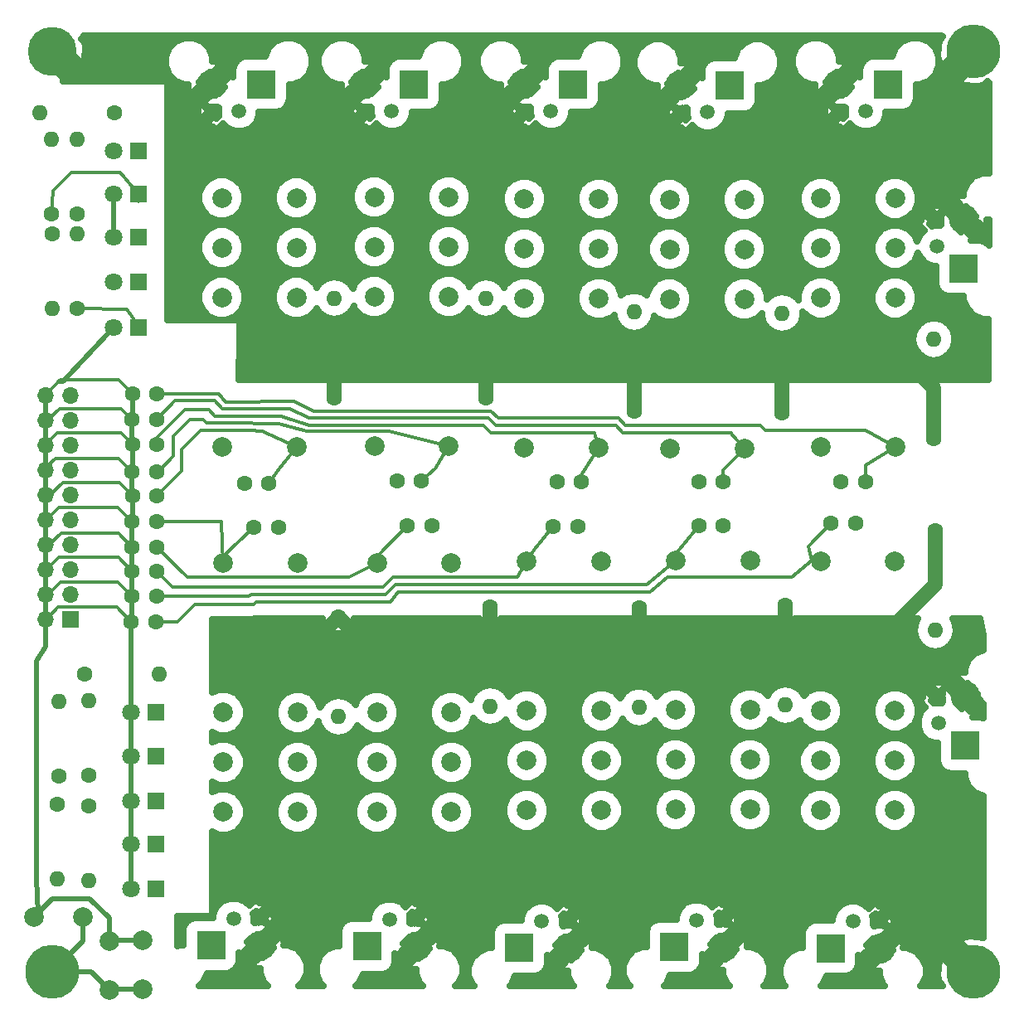
<source format=gbr>
G04 #@! TF.FileFunction,Copper,L1,Top,Signal*
%FSLAX46Y46*%
G04 Gerber Fmt 4.6, Leading zero omitted, Abs format (unit mm)*
G04 Created by KiCad (PCBNEW 4.0.7) date 04/02/19 23:37:16*
%MOMM*%
%LPD*%
G01*
G04 APERTURE LIST*
%ADD10C,0.100000*%
%ADD11C,2.000000*%
%ADD12C,1.600000*%
%ADD13O,1.600000X1.600000*%
%ADD14R,1.800000X1.800000*%
%ADD15C,1.800000*%
%ADD16C,5.500000*%
%ADD17R,1.700000X1.700000*%
%ADD18O,1.700000X1.700000*%
%ADD19C,5.000000*%
%ADD20C,1.500000*%
%ADD21R,3.000000X3.000000*%
%ADD22C,3.000000*%
%ADD23C,0.350000*%
%ADD24C,0.500000*%
%ADD25C,1.500000*%
%ADD26C,0.635000*%
G04 APERTURE END LIST*
D10*
D11*
X70300000Y-93400000D03*
X70300000Y-78160000D03*
X70300000Y-68000000D03*
X70300000Y-73080000D03*
X77900000Y-93400000D03*
X77900000Y-73080000D03*
X77900000Y-78160000D03*
X77900000Y-68000000D03*
D12*
X53479700Y-129921000D03*
D13*
X53479700Y-137541000D03*
D12*
X75100000Y-97160000D03*
X72600000Y-97160000D03*
X63535560Y-111257080D03*
X61035560Y-111257080D03*
D14*
X63538100Y-129552700D03*
D15*
X60998100Y-129552700D03*
D12*
X52946300Y-71691500D03*
D13*
X52946300Y-79311500D03*
D14*
X63538100Y-138582400D03*
D15*
X60998100Y-138582400D03*
D14*
X63538100Y-133997700D03*
D15*
X60998100Y-133997700D03*
D12*
X132500000Y-101250000D03*
X135000000Y-101250000D03*
X119000000Y-101500000D03*
X121500000Y-101500000D03*
X104125000Y-101525000D03*
X106625000Y-101525000D03*
X89200000Y-101500000D03*
X91700000Y-101500000D03*
X73550000Y-101600000D03*
X76050000Y-101600000D03*
X90678000Y-96901000D03*
X88178000Y-96901000D03*
X107000000Y-97000000D03*
X104500000Y-97000000D03*
X121500000Y-97000000D03*
X119000000Y-97000000D03*
X136000000Y-97000000D03*
X133500000Y-97000000D03*
X59334400Y-59283600D03*
D13*
X51714400Y-59283600D03*
D16*
X147000000Y-53000000D03*
X53000000Y-147000000D03*
D12*
X52920900Y-69596000D03*
D13*
X52920900Y-61976000D03*
D14*
X63538100Y-125031500D03*
D15*
X60998100Y-125031500D03*
D14*
X63512700Y-120535700D03*
D15*
X60972700Y-120535700D03*
D14*
X61800000Y-81200000D03*
D15*
X59260000Y-81200000D03*
D14*
X61800000Y-76600000D03*
D15*
X59260000Y-76600000D03*
D14*
X61800000Y-72000000D03*
D15*
X59260000Y-72000000D03*
D12*
X56667400Y-130048000D03*
D13*
X56667400Y-137668000D03*
D12*
X53644800Y-127025400D03*
D13*
X53644800Y-119405400D03*
D12*
X56730900Y-126949200D03*
D13*
X56730900Y-119329200D03*
D12*
X56273700Y-116624100D03*
D13*
X63893700Y-116624100D03*
D12*
X55525000Y-79325000D03*
D13*
X55525000Y-71705000D03*
D12*
X55475000Y-69625000D03*
D13*
X55475000Y-62005000D03*
D14*
X61800000Y-67600000D03*
D15*
X59260000Y-67600000D03*
D14*
X61800000Y-63200000D03*
D15*
X59260000Y-63200000D03*
D17*
X54864000Y-111061500D03*
D18*
X52324000Y-111061500D03*
X54864000Y-108521500D03*
X52324000Y-108521500D03*
X54864000Y-105981500D03*
X52324000Y-105981500D03*
X54864000Y-103441500D03*
X52324000Y-103441500D03*
X54864000Y-100901500D03*
X52324000Y-100901500D03*
X54864000Y-98361500D03*
X52324000Y-98361500D03*
X54864000Y-95821500D03*
X52324000Y-95821500D03*
X54864000Y-93281500D03*
X52324000Y-93281500D03*
X54864000Y-90741500D03*
X52324000Y-90741500D03*
X54864000Y-88201500D03*
X52324000Y-88201500D03*
D12*
X63652400Y-88011000D03*
X61152400Y-88011000D03*
X63601600Y-90627200D03*
X61101600Y-90627200D03*
X63652400Y-93141800D03*
X61152400Y-93141800D03*
X63601600Y-95935800D03*
X61101600Y-95935800D03*
X63652400Y-98399600D03*
X61152400Y-98399600D03*
X63601600Y-101041200D03*
X61101600Y-101041200D03*
X63627000Y-103632000D03*
X61127000Y-103632000D03*
X63627000Y-106146600D03*
X61127000Y-106146600D03*
X63591440Y-108686600D03*
X61091440Y-108686600D03*
D11*
X58790840Y-148859240D03*
X58790840Y-143859240D03*
X62191900Y-148805900D03*
X62191900Y-143805900D03*
X56121300Y-141401800D03*
X51121300Y-141401800D03*
D16*
X147000000Y-147000000D03*
D11*
X131455000Y-93439000D03*
X131455000Y-78199000D03*
X131455000Y-68039000D03*
X131455000Y-73119000D03*
X139055000Y-93439000D03*
X139055000Y-73119000D03*
X139055000Y-78199000D03*
X139055000Y-68039000D03*
X101165500Y-93502500D03*
X101165500Y-78262500D03*
X101165500Y-68102500D03*
X101165500Y-73182500D03*
X108765500Y-93502500D03*
X108765500Y-73182500D03*
X108765500Y-78262500D03*
X108765500Y-68102500D03*
X85862000Y-93312000D03*
X85862000Y-78072000D03*
X85862000Y-67912000D03*
X85862000Y-72992000D03*
X93462000Y-93312000D03*
X93462000Y-72992000D03*
X93462000Y-78072000D03*
X93462000Y-67912000D03*
X78025000Y-105300000D03*
X78025000Y-120540000D03*
X78025000Y-130700000D03*
X78025000Y-125620000D03*
X70425000Y-105300000D03*
X70425000Y-125620000D03*
X70425000Y-120540000D03*
X70425000Y-130700000D03*
X93725000Y-105300000D03*
X93725000Y-120540000D03*
X93725000Y-130700000D03*
X93725000Y-125620000D03*
X86125000Y-105300000D03*
X86125000Y-125620000D03*
X86125000Y-120540000D03*
X86125000Y-130700000D03*
X124225000Y-105050000D03*
X124225000Y-120290000D03*
X124225000Y-130450000D03*
X124225000Y-125370000D03*
X116625000Y-105050000D03*
X116625000Y-125370000D03*
X116625000Y-120290000D03*
X116625000Y-130450000D03*
X139025000Y-105125000D03*
X139025000Y-120365000D03*
X139025000Y-130525000D03*
X139025000Y-125445000D03*
X131425000Y-105125000D03*
X131425000Y-125445000D03*
X131425000Y-120365000D03*
X131425000Y-130525000D03*
X109025000Y-105125000D03*
X109025000Y-120365000D03*
X109025000Y-130525000D03*
X109025000Y-125445000D03*
X101425000Y-105125000D03*
X101425000Y-125445000D03*
X101425000Y-120365000D03*
X101425000Y-130525000D03*
X116024500Y-93566000D03*
X116024500Y-78326000D03*
X116024500Y-68166000D03*
X116024500Y-73246000D03*
X123624500Y-93566000D03*
X123624500Y-73246000D03*
X123624500Y-78326000D03*
X123624500Y-68166000D03*
D19*
X53000000Y-53000000D03*
D20*
X143474400Y-121615200D03*
X143474400Y-119075200D03*
D21*
X146202400Y-123901200D03*
D22*
X146202400Y-118821200D03*
D20*
X134721600Y-141886900D03*
X137261600Y-141886900D03*
D21*
X132435600Y-144614900D03*
D22*
X137515600Y-144614900D03*
D20*
X118770400Y-141772600D03*
X121310400Y-141772600D03*
D21*
X116484400Y-144500600D03*
D22*
X121564400Y-144500600D03*
D20*
X102946200Y-141874200D03*
X105486200Y-141874200D03*
D21*
X100660200Y-144602200D03*
D22*
X105740200Y-144602200D03*
D20*
X87401400Y-141696400D03*
X89941400Y-141696400D03*
D21*
X85115400Y-144424400D03*
D22*
X90195400Y-144424400D03*
D20*
X71475600Y-141594800D03*
X74015600Y-141594800D03*
D21*
X69189600Y-144322800D03*
D22*
X74269600Y-144322800D03*
D20*
X143322000Y-72898000D03*
X143322000Y-70358000D03*
D21*
X146050000Y-75184000D03*
D22*
X146050000Y-70104000D03*
D12*
X97700000Y-109725000D03*
D13*
X97700000Y-119885000D03*
D12*
X82200000Y-110810000D03*
D13*
X82200000Y-120970000D03*
D12*
X143129000Y-101981000D03*
D13*
X143129000Y-112141000D03*
D12*
X127850000Y-109625000D03*
D13*
X127850000Y-119785000D03*
D12*
X112900000Y-109850000D03*
D13*
X112900000Y-120010000D03*
D20*
X72009000Y-59116000D03*
X69469000Y-59116000D03*
D21*
X74295000Y-56388000D03*
D22*
X69215000Y-56388000D03*
D20*
X87630000Y-59116000D03*
X85090000Y-59116000D03*
D21*
X89916000Y-56388000D03*
D22*
X84836000Y-56388000D03*
D20*
X103886000Y-59116000D03*
X101346000Y-59116000D03*
D21*
X106172000Y-56388000D03*
D22*
X101092000Y-56388000D03*
D20*
X119888000Y-59243000D03*
X117348000Y-59243000D03*
D21*
X122174000Y-56515000D03*
D22*
X117094000Y-56515000D03*
D20*
X136017000Y-59116000D03*
X133477000Y-59116000D03*
D21*
X138303000Y-56388000D03*
D22*
X133223000Y-56388000D03*
D12*
X81788000Y-88392000D03*
D13*
X81788000Y-78232000D03*
D12*
X97282000Y-88392000D03*
D13*
X97282000Y-78232000D03*
D12*
X112395000Y-89789000D03*
D13*
X112395000Y-79629000D03*
D12*
X127508000Y-89916000D03*
D13*
X127508000Y-79756000D03*
D12*
X143002000Y-92583000D03*
D13*
X143002000Y-82423000D03*
D23*
X130525000Y-105000000D02*
X130200000Y-103550000D01*
X130200000Y-103550000D02*
X132500000Y-101250000D01*
X63535560Y-111257080D02*
X65742920Y-111257080D01*
X128450000Y-106750000D02*
X130525000Y-105000000D01*
X115750000Y-106750000D02*
X128450000Y-106750000D01*
X114000000Y-108200000D02*
X115750000Y-106750000D01*
X88250000Y-108200000D02*
X114000000Y-108200000D01*
X87500000Y-109250000D02*
X88250000Y-108200000D01*
X73750000Y-109250000D02*
X87500000Y-109250000D01*
X73500000Y-109500000D02*
X73750000Y-109250000D01*
X67500000Y-109500000D02*
X73500000Y-109500000D01*
X65742920Y-111257080D02*
X67500000Y-109500000D01*
X116625000Y-105050000D02*
X116625000Y-104350000D01*
X116625000Y-104350000D02*
X119000000Y-101500000D01*
X63591440Y-108686600D02*
X73063400Y-108686600D01*
X113700000Y-107500000D02*
X116625000Y-105050000D01*
X88000000Y-107500000D02*
X113700000Y-107500000D01*
X87000000Y-108500000D02*
X88000000Y-107500000D01*
X73250000Y-108500000D02*
X87000000Y-108500000D01*
X73063400Y-108686600D02*
X73250000Y-108500000D01*
X73650000Y-107750000D02*
X65230400Y-107750000D01*
X65230400Y-107750000D02*
X63627000Y-106146600D01*
X101425000Y-105125000D02*
X102200000Y-103800000D01*
X102200000Y-103800000D02*
X104125000Y-101525000D01*
X100450000Y-106750000D02*
X101425000Y-105125000D01*
X87750000Y-106750000D02*
X100450000Y-106750000D01*
X86750000Y-107750000D02*
X87750000Y-106750000D01*
X73650000Y-107750000D02*
X86750000Y-107750000D01*
X53644800Y-119405400D02*
X53644800Y-119329200D01*
X53644800Y-119405400D02*
X53644800Y-119595900D01*
X73675000Y-106750000D02*
X66745000Y-106750000D01*
X66745000Y-106750000D02*
X63627000Y-103632000D01*
X73675000Y-106750000D02*
X83275000Y-106750000D01*
X56730900Y-119329200D02*
X56730900Y-119405400D01*
X86125000Y-105300000D02*
X86125000Y-104600000D01*
X86125000Y-104600000D02*
X89200000Y-101500000D01*
X83275000Y-106750000D02*
X86125000Y-105300000D01*
X70425000Y-105300000D02*
X70425000Y-104600000D01*
X70425000Y-104600000D02*
X73550000Y-101600000D01*
X63601600Y-101041200D02*
X70241200Y-101041200D01*
X70241200Y-101041200D02*
X70425000Y-105300000D01*
X63601600Y-101041200D02*
X64104520Y-101041200D01*
X73090000Y-91750000D02*
X68130000Y-91750000D01*
X66180000Y-95872000D02*
X63652400Y-98399600D01*
X66180000Y-93700000D02*
X66180000Y-95872000D01*
X68130000Y-91750000D02*
X66180000Y-93700000D01*
X75100000Y-97160000D02*
X76160000Y-95630000D01*
X76160000Y-95630000D02*
X77900000Y-93400000D01*
X74410000Y-91820000D02*
X77900000Y-93400000D01*
X73090000Y-91750000D02*
X74410000Y-91820000D01*
X72620000Y-91000000D02*
X68750000Y-91000000D01*
X65340000Y-94370000D02*
X63774200Y-95935800D01*
X65340000Y-92320000D02*
X65340000Y-94370000D01*
X67060000Y-90600000D02*
X65340000Y-92320000D01*
X68350000Y-90600000D02*
X67060000Y-90600000D01*
X68750000Y-91000000D02*
X68350000Y-90600000D01*
X63774200Y-95935800D02*
X63601600Y-95935800D01*
X74295000Y-91059000D02*
X76073000Y-91059000D01*
X78994000Y-91821000D02*
X87376000Y-91821000D01*
X76073000Y-91059000D02*
X78994000Y-91821000D01*
X90678000Y-96901000D02*
X92075000Y-95631000D01*
X92075000Y-95631000D02*
X93462000Y-93312000D01*
X87376000Y-91821000D02*
X93462000Y-93312000D01*
X72620000Y-91000000D02*
X74295000Y-91059000D01*
X52946300Y-79311500D02*
X52946300Y-79286100D01*
X72160000Y-90250000D02*
X69560000Y-90250000D01*
X66520000Y-89650000D02*
X63652400Y-92517600D01*
X68960000Y-89650000D02*
X66520000Y-89650000D01*
X69560000Y-90250000D02*
X68960000Y-89650000D01*
X63652400Y-92517600D02*
X63652400Y-93141800D01*
X74676000Y-90297000D02*
X76327000Y-90297000D01*
X97750000Y-92000000D02*
X108300000Y-92000000D01*
X97000000Y-91250000D02*
X97750000Y-92000000D01*
X79248000Y-91186000D02*
X97000000Y-91250000D01*
X76327000Y-90297000D02*
X79248000Y-91186000D01*
X108300000Y-92000000D02*
X108765500Y-93502500D01*
X107000000Y-97000000D02*
X107000000Y-96300000D01*
X107000000Y-96300000D02*
X108765500Y-93502500D01*
X72160000Y-90250000D02*
X74676000Y-90297000D01*
D24*
X62191900Y-143805900D02*
X62191900Y-144157700D01*
X62191900Y-143805900D02*
X62335400Y-143805900D01*
X51121300Y-141401800D02*
X51130200Y-141401800D01*
X51130200Y-141401800D02*
X52971700Y-139560300D01*
X58790840Y-141544040D02*
X58790840Y-143859240D01*
X56807100Y-139560300D02*
X58790840Y-141544040D01*
X52971700Y-139560300D02*
X56807100Y-139560300D01*
X60998100Y-133997700D02*
X60998100Y-138582400D01*
X60998100Y-133997700D02*
X60998100Y-129552700D01*
X60998100Y-125031500D02*
X60998100Y-129552700D01*
X60972700Y-120535700D02*
X60972700Y-125006100D01*
X60972700Y-125006100D02*
X60998100Y-125031500D01*
X60972700Y-120535700D02*
X60972700Y-111319940D01*
X60972700Y-111319940D02*
X61035560Y-111257080D01*
X51121300Y-141401800D02*
X51386740Y-141401800D01*
X51384200Y-137414000D02*
X51536600Y-140986500D01*
X51536600Y-140986500D02*
X51121300Y-141401800D01*
X59260000Y-67600000D02*
X59254920Y-71994920D01*
X59254920Y-71994920D02*
X59260000Y-72000000D01*
X53649880Y-86720680D02*
X54076600Y-86720680D01*
X54076600Y-86720680D02*
X59260000Y-81200000D01*
X59183800Y-76523800D02*
X59260000Y-76600000D01*
D23*
X52324000Y-88201500D02*
X52324000Y-87630000D01*
D24*
X52324000Y-111061500D02*
X52324000Y-113792000D01*
X52324000Y-113792000D02*
X51384200Y-115290600D01*
X62191900Y-143805900D02*
X58844180Y-143805900D01*
X58844180Y-143805900D02*
X58790840Y-143859240D01*
X62217300Y-143780500D02*
X62191900Y-143805900D01*
D23*
X52324000Y-88046560D02*
X53649880Y-86720680D01*
X53649880Y-86720680D02*
X53812440Y-86558120D01*
X53812440Y-86558120D02*
X59699520Y-86558120D01*
X59699520Y-86558120D02*
X61152400Y-88011000D01*
X59336200Y-81123800D02*
X59260000Y-81200000D01*
X59219360Y-76559360D02*
X59260000Y-76600000D01*
X52324000Y-111061500D02*
X52331620Y-111061500D01*
X52331620Y-111061500D02*
X53588920Y-109804200D01*
X59582680Y-109804200D02*
X61035560Y-111257080D01*
X53588920Y-109804200D02*
X59582680Y-109804200D01*
X52324000Y-108521500D02*
X52552600Y-108521500D01*
X52552600Y-108521500D02*
X53840380Y-107233720D01*
X59638560Y-107233720D02*
X61091440Y-108686600D01*
X53840380Y-107233720D02*
X59638560Y-107233720D01*
X52324000Y-105981500D02*
X52410360Y-105981500D01*
X52410360Y-105981500D02*
X53672740Y-104719120D01*
X59699520Y-104719120D02*
X61127000Y-106146600D01*
X53672740Y-104719120D02*
X59699520Y-104719120D01*
X52324000Y-100901500D02*
X52377340Y-100901500D01*
X52377340Y-100901500D02*
X53672740Y-99606100D01*
X59666500Y-99606100D02*
X61101600Y-101041200D01*
X53672740Y-99606100D02*
X59666500Y-99606100D01*
X52324000Y-103441500D02*
X52631340Y-103441500D01*
X52631340Y-103441500D02*
X53868320Y-102204520D01*
X59699520Y-102204520D02*
X61127000Y-103632000D01*
X53868320Y-102204520D02*
X59699520Y-102204520D01*
X52324000Y-98361500D02*
X52738020Y-98361500D01*
X52738020Y-98361500D02*
X54035960Y-97063560D01*
X59816360Y-97063560D02*
X61152400Y-98399600D01*
X54035960Y-97063560D02*
X59816360Y-97063560D01*
X52324000Y-95821500D02*
X52324000Y-95562420D01*
X52324000Y-95562420D02*
X53309520Y-94576900D01*
X59742700Y-94576900D02*
X61101600Y-95935800D01*
X53309520Y-94576900D02*
X59742700Y-94576900D01*
X52324000Y-93281500D02*
X52324000Y-93159580D01*
X52324000Y-93159580D02*
X53505100Y-91978480D01*
X59989080Y-91978480D02*
X61152400Y-93141800D01*
X53505100Y-91978480D02*
X59989080Y-91978480D01*
X52324000Y-90741500D02*
X52451000Y-90741500D01*
X52451000Y-90741500D02*
X53700680Y-89491820D01*
X59966220Y-89491820D02*
X61101600Y-90627200D01*
X53700680Y-89491820D02*
X59966220Y-89491820D01*
X52324000Y-88201500D02*
X52324000Y-88046560D01*
D24*
X52324000Y-108521500D02*
X52324000Y-111061500D01*
X52324000Y-105981500D02*
X52324000Y-108521500D01*
X52324000Y-103441500D02*
X52324000Y-105981500D01*
X52324000Y-100901500D02*
X52324000Y-103441500D01*
X52324000Y-98361500D02*
X52324000Y-100901500D01*
X52324000Y-95821500D02*
X52324000Y-98361500D01*
X52324000Y-93281500D02*
X52324000Y-95821500D01*
X52324000Y-90741500D02*
X52324000Y-93281500D01*
X52324000Y-88201500D02*
X52324000Y-90741500D01*
X58801000Y-143849080D02*
X58790840Y-143859240D01*
X61091440Y-108686600D02*
X61091440Y-111201200D01*
X61091440Y-111201200D02*
X61035560Y-111257080D01*
X61127000Y-106146600D02*
X61127000Y-108651040D01*
X61127000Y-108651040D02*
X61091440Y-108686600D01*
X61127000Y-103632000D02*
X61127000Y-106146600D01*
X61101600Y-103606600D02*
X61127000Y-103632000D01*
X61101600Y-101041200D02*
X61101600Y-103606600D01*
X61152400Y-100990400D02*
X61101600Y-101041200D01*
X61152400Y-98399600D02*
X61152400Y-100990400D01*
X61101600Y-98348800D02*
X61152400Y-98399600D01*
X61101600Y-95935800D02*
X61101600Y-98348800D01*
X61152400Y-95885000D02*
X61101600Y-95935800D01*
X61152400Y-93141800D02*
X61152400Y-95885000D01*
X61101600Y-93091000D02*
X61152400Y-93141800D01*
X61101600Y-90627200D02*
X61101600Y-93091000D01*
X61152400Y-90576400D02*
X61101600Y-90627200D01*
X61152400Y-88011000D02*
X61152400Y-90576400D01*
D23*
X61152400Y-88011000D02*
X61152400Y-87691600D01*
D24*
X51384200Y-115290600D02*
X51384200Y-137414000D01*
D23*
X55525000Y-79325000D02*
X60604400Y-79349600D01*
X60604400Y-79349600D02*
X61800000Y-81047600D01*
X61800000Y-81047600D02*
X61800000Y-81200000D01*
X52946300Y-71691500D02*
X53403500Y-71691500D01*
X55475000Y-69625000D02*
X56059200Y-69625000D01*
X55475000Y-69625000D02*
X55475000Y-69167800D01*
X77724000Y-88773000D02*
X79629000Y-89789000D01*
X125750000Y-91750000D02*
X136050000Y-91750000D01*
X125250000Y-91250000D02*
X125750000Y-91750000D01*
X111500000Y-91250000D02*
X125250000Y-91250000D01*
X110750000Y-90500000D02*
X111500000Y-91250000D01*
X98500000Y-90500000D02*
X110750000Y-90500000D01*
X97750000Y-89750000D02*
X98500000Y-90500000D01*
X79629000Y-89789000D02*
X97750000Y-89750000D01*
X136000000Y-97000000D02*
X136000000Y-95300000D01*
X136000000Y-95300000D02*
X139055000Y-93439000D01*
X63652400Y-88011000D02*
X70011000Y-88011000D01*
X136050000Y-91750000D02*
X139055000Y-93439000D01*
X70620000Y-88810000D02*
X77724000Y-88773000D01*
X70011000Y-88011000D02*
X70620000Y-88810000D01*
X72120000Y-89500000D02*
X70330000Y-89500000D01*
X65528800Y-88700000D02*
X63601600Y-90627200D01*
X69530000Y-88700000D02*
X65528800Y-88700000D01*
X70330000Y-89500000D02*
X69530000Y-88700000D01*
X75311000Y-89535000D02*
X77216000Y-89535000D01*
X122250000Y-92000000D02*
X122250000Y-91950000D01*
X122300000Y-92000000D02*
X122250000Y-92000000D01*
X111250000Y-92000000D02*
X122300000Y-92000000D01*
X110500000Y-91250000D02*
X111250000Y-92000000D01*
X98250000Y-91250000D02*
X110500000Y-91250000D01*
X97500000Y-90500000D02*
X98250000Y-91250000D01*
X79248000Y-90424000D02*
X97500000Y-90500000D01*
X77216000Y-89535000D02*
X79248000Y-90424000D01*
X121500000Y-97000000D02*
X121500000Y-95800000D01*
X121500000Y-95800000D02*
X123624500Y-93566000D01*
X122250000Y-91950000D02*
X123624500Y-93566000D01*
X72120000Y-89500000D02*
X75311000Y-89535000D01*
X52920900Y-61976000D02*
X52920900Y-61582300D01*
X52920900Y-69596000D02*
X53073300Y-67271900D01*
X59928760Y-65405000D02*
X61800000Y-67600000D01*
X54940200Y-65405000D02*
X59928760Y-65405000D01*
X53073300Y-67271900D02*
X54940200Y-65405000D01*
X61800000Y-67600000D02*
X61800000Y-68351840D01*
D24*
X56121300Y-141401800D02*
X56121300Y-143878700D01*
X56121300Y-143878700D02*
X53000000Y-147000000D01*
X53058060Y-146941940D02*
X53000000Y-147000000D01*
X62191900Y-148805900D02*
X58844180Y-148805900D01*
X58844180Y-148805900D02*
X58790840Y-148859240D01*
X62217300Y-148780500D02*
X62191900Y-148805900D01*
X53000000Y-147000000D02*
X56931600Y-147000000D01*
X56931600Y-147000000D02*
X58790840Y-148859240D01*
D25*
X127850000Y-109625000D02*
X127850000Y-115110000D01*
X127390000Y-114650000D02*
X127390000Y-114410000D01*
X127850000Y-115110000D02*
X127390000Y-114650000D01*
X112900000Y-109850000D02*
X112900000Y-113260000D01*
X112900000Y-113260000D02*
X111750000Y-114410000D01*
X97700000Y-109725000D02*
X97700000Y-114060000D01*
X97700000Y-114060000D02*
X97350000Y-114410000D01*
X143129000Y-101981000D02*
X143125000Y-107485000D01*
X85800000Y-114410000D02*
X82200000Y-110810000D01*
X136200000Y-114410000D02*
X127390000Y-114410000D01*
X127390000Y-114410000D02*
X111750000Y-114410000D01*
X111750000Y-114410000D02*
X97350000Y-114410000D01*
X97350000Y-114410000D02*
X85800000Y-114410000D01*
X143125000Y-107485000D02*
X136200000Y-114410000D01*
X127508000Y-89916000D02*
X127508000Y-85598000D01*
X127508000Y-85598000D02*
X127889000Y-85217000D01*
X112395000Y-89789000D02*
X112395000Y-86550500D01*
X111950500Y-85280500D02*
X111950500Y-85217000D01*
X111887000Y-85217000D02*
X111950500Y-85280500D01*
X111061500Y-85217000D02*
X111887000Y-85217000D01*
X112395000Y-86550500D02*
X111061500Y-85217000D01*
X97282000Y-88392000D02*
X97282000Y-85217000D01*
X97409000Y-85407500D02*
X97409000Y-85217000D01*
X97409000Y-85344000D02*
X97409000Y-85407500D01*
X97282000Y-85217000D02*
X97409000Y-85344000D01*
X143002000Y-92583000D02*
X143002000Y-87439500D01*
X81788000Y-86677500D02*
X81788000Y-88392000D01*
X83248500Y-85217000D02*
X81788000Y-86677500D01*
X140779500Y-85217000D02*
X127889000Y-85217000D01*
X127889000Y-85217000D02*
X111950500Y-85217000D01*
X111950500Y-85217000D02*
X97409000Y-85217000D01*
X97409000Y-85217000D02*
X83248500Y-85217000D01*
X143002000Y-87439500D02*
X140779500Y-85217000D01*
D26*
G36*
X54686450Y-52985858D02*
X54672308Y-53000000D01*
X55926764Y-54254456D01*
X56265924Y-53911182D01*
X56366014Y-52592007D01*
X56265924Y-52088818D01*
X55926765Y-51745545D01*
X56229309Y-51443002D01*
X56178807Y-51392500D01*
X143720189Y-51392500D01*
X143880250Y-51552561D01*
X143515101Y-51929723D01*
X143371241Y-53340444D01*
X143105239Y-52696671D01*
X142439832Y-52030102D01*
X141569991Y-51668912D01*
X140628141Y-51668090D01*
X139757671Y-52027761D01*
X139091102Y-52693168D01*
X138737519Y-53544689D01*
X136803000Y-53544689D01*
X136314764Y-53636557D01*
X135866348Y-53925104D01*
X135565523Y-54365377D01*
X135459689Y-54888000D01*
X135459689Y-55657219D01*
X135189185Y-55482476D01*
X134283660Y-56388000D01*
X134603626Y-56707966D01*
X133967770Y-57343822D01*
X133772319Y-57148371D01*
X133394682Y-57526008D01*
X133315999Y-57541659D01*
X133223000Y-57448660D01*
X133083817Y-57587843D01*
X132862272Y-57631911D01*
X132793726Y-57877934D01*
X132317476Y-58354185D01*
X132507648Y-58648574D01*
X133427186Y-58750251D01*
X133832349Y-58669659D01*
X133949786Y-58787096D01*
X133949142Y-59525447D01*
X134001499Y-59652161D01*
X133742165Y-59911495D01*
X133477000Y-59646330D01*
X132788396Y-60334934D01*
X132862272Y-60600089D01*
X133394682Y-60705992D01*
X133772319Y-61083629D01*
X134416651Y-60439297D01*
X134844326Y-60867719D01*
X135603945Y-61183141D01*
X136426447Y-61183858D01*
X137186615Y-60869763D01*
X137768719Y-60288674D01*
X138084141Y-59529055D01*
X138084401Y-59231311D01*
X139803000Y-59231311D01*
X140291236Y-59139443D01*
X140739652Y-58850896D01*
X141040477Y-58410623D01*
X141146311Y-57888000D01*
X141146311Y-56403544D01*
X141565859Y-56403910D01*
X142436329Y-56044239D01*
X143102898Y-55378832D01*
X143464088Y-54508991D01*
X143464692Y-53816854D01*
X143515101Y-54070277D01*
X143880252Y-54447441D01*
X145327692Y-53000000D01*
X145313550Y-52985858D01*
X146906908Y-51392500D01*
X147093092Y-51392500D01*
X148607500Y-52906908D01*
X148607500Y-53093092D01*
X147014142Y-54686450D01*
X147000000Y-54672308D01*
X145552559Y-56119748D01*
X145929723Y-56484899D01*
X147344806Y-56629204D01*
X148070277Y-56484899D01*
X148447439Y-56119750D01*
X148607500Y-56279811D01*
X148607500Y-65450679D01*
X147933141Y-65450090D01*
X147062671Y-65809761D01*
X146396102Y-66475168D01*
X146034912Y-67345009D01*
X146034548Y-67762618D01*
X145845814Y-67741749D01*
X145334648Y-67843426D01*
X145144476Y-68137815D01*
X146050000Y-69043340D01*
X146259923Y-68833417D01*
X146393761Y-69157329D01*
X147059168Y-69823898D01*
X147293471Y-69921189D01*
X147110660Y-70104000D01*
X148016185Y-71009524D01*
X148310574Y-70819352D01*
X148380664Y-70185482D01*
X148607500Y-70185680D01*
X148607500Y-72037630D01*
X148604519Y-72889734D01*
X148512896Y-72747348D01*
X148072623Y-72446523D01*
X147550000Y-72340689D01*
X146780781Y-72340689D01*
X146955524Y-72070185D01*
X146050000Y-71164660D01*
X145730034Y-71484626D01*
X145094178Y-70848770D01*
X145289629Y-70653319D01*
X144911992Y-70275682D01*
X144896341Y-70196999D01*
X144989340Y-70104000D01*
X144850157Y-69964817D01*
X144806089Y-69743272D01*
X144560066Y-69674726D01*
X144083815Y-69198476D01*
X143789426Y-69388648D01*
X143687749Y-70308186D01*
X143768341Y-70713349D01*
X143650904Y-70830786D01*
X142912553Y-70830142D01*
X142785839Y-70882499D01*
X142526505Y-70623165D01*
X142791670Y-70358000D01*
X142103066Y-69669396D01*
X141837911Y-69743272D01*
X141732008Y-70275682D01*
X141354371Y-70653319D01*
X141998703Y-71297651D01*
X141570281Y-71725326D01*
X141277762Y-72429788D01*
X141020827Y-71807956D01*
X140369473Y-71155464D01*
X139518002Y-70801903D01*
X138596043Y-70801098D01*
X137743956Y-71153173D01*
X137091464Y-71804527D01*
X136737903Y-72655998D01*
X136737098Y-73577957D01*
X137089173Y-74430044D01*
X137740527Y-75082536D01*
X138591998Y-75436097D01*
X139513957Y-75436902D01*
X140366044Y-75084827D01*
X141018536Y-74433473D01*
X141369836Y-73587447D01*
X141568237Y-74067615D01*
X142149326Y-74649719D01*
X142908945Y-74965141D01*
X143206689Y-74965401D01*
X143206689Y-76684000D01*
X143298557Y-77172236D01*
X143587104Y-77620652D01*
X144027377Y-77921477D01*
X144550000Y-78027311D01*
X146034456Y-78027311D01*
X146034090Y-78446859D01*
X146393761Y-79317329D01*
X147059168Y-79983898D01*
X147929009Y-80345088D01*
X148578435Y-80345655D01*
X148556609Y-86584500D01*
X97809544Y-86584500D01*
X97613367Y-86388323D01*
X97417189Y-86584500D01*
X97146811Y-86584500D01*
X96950633Y-86388323D01*
X96754456Y-86584500D01*
X82315544Y-86584500D01*
X82119367Y-86388323D01*
X81923189Y-86584500D01*
X81652811Y-86584500D01*
X81456633Y-86388323D01*
X81260456Y-86584500D01*
X71997177Y-86584500D01*
X72084652Y-82381516D01*
X140884500Y-82381516D01*
X140884500Y-82464484D01*
X141045685Y-83274816D01*
X141504701Y-83961783D01*
X142191668Y-84420799D01*
X143002000Y-84581984D01*
X143812332Y-84420799D01*
X144499299Y-83961783D01*
X144958315Y-83274816D01*
X145119500Y-82464484D01*
X145119500Y-82381516D01*
X144958315Y-81571184D01*
X144499299Y-80884217D01*
X143812332Y-80425201D01*
X143002000Y-80264016D01*
X142191668Y-80425201D01*
X141504701Y-80884217D01*
X141045685Y-81571184D01*
X140884500Y-82381516D01*
X72084652Y-82381516D01*
X72117431Y-80806607D01*
X72094993Y-80682588D01*
X72026071Y-80577069D01*
X71921528Y-80506679D01*
X71800000Y-80482500D01*
X64758500Y-80482500D01*
X64758500Y-78618957D01*
X67982098Y-78618957D01*
X68334173Y-79471044D01*
X68985527Y-80123536D01*
X69836998Y-80477097D01*
X70758957Y-80477902D01*
X71611044Y-80125827D01*
X72263536Y-79474473D01*
X72617097Y-78623002D01*
X72617100Y-78618957D01*
X75582098Y-78618957D01*
X75934173Y-79471044D01*
X76585527Y-80123536D01*
X77436998Y-80477097D01*
X78358957Y-80477902D01*
X79211044Y-80125827D01*
X79863536Y-79474473D01*
X79951372Y-79262940D01*
X80290701Y-79770783D01*
X80977668Y-80229799D01*
X81788000Y-80390984D01*
X82598332Y-80229799D01*
X83285299Y-79770783D01*
X83744315Y-79083816D01*
X83753485Y-79037713D01*
X83896173Y-79383044D01*
X84547527Y-80035536D01*
X85398998Y-80389097D01*
X86320957Y-80389902D01*
X87173044Y-80037827D01*
X87825536Y-79386473D01*
X88179097Y-78535002D01*
X88179100Y-78530957D01*
X91144098Y-78530957D01*
X91496173Y-79383044D01*
X92147527Y-80035536D01*
X92998998Y-80389097D01*
X93920957Y-80389902D01*
X94773044Y-80037827D01*
X95425536Y-79386473D01*
X95464774Y-79291978D01*
X95784701Y-79770783D01*
X96471668Y-80229799D01*
X97282000Y-80390984D01*
X98092332Y-80229799D01*
X98779299Y-79770783D01*
X99089405Y-79306676D01*
X99199673Y-79573544D01*
X99851027Y-80226036D01*
X100702498Y-80579597D01*
X101624457Y-80580402D01*
X102476544Y-80228327D01*
X103129036Y-79576973D01*
X103482597Y-78725502D01*
X103482600Y-78721457D01*
X106447598Y-78721457D01*
X106799673Y-79573544D01*
X107451027Y-80226036D01*
X108302498Y-80579597D01*
X109224457Y-80580402D01*
X110076544Y-80228327D01*
X110336787Y-79968538D01*
X110438685Y-80480816D01*
X110897701Y-81167783D01*
X111584668Y-81626799D01*
X112395000Y-81787984D01*
X113205332Y-81626799D01*
X113892299Y-81167783D01*
X114351315Y-80480816D01*
X114442642Y-80021684D01*
X114710027Y-80289536D01*
X115561498Y-80643097D01*
X116483457Y-80643902D01*
X117335544Y-80291827D01*
X117988036Y-79640473D01*
X118341597Y-78789002D01*
X118341600Y-78784957D01*
X121306598Y-78784957D01*
X121658673Y-79637044D01*
X122310027Y-80289536D01*
X123161498Y-80643097D01*
X124083457Y-80643902D01*
X124935544Y-80291827D01*
X125397168Y-79831008D01*
X125551685Y-80607816D01*
X126010701Y-81294783D01*
X126697668Y-81753799D01*
X127508000Y-81914984D01*
X128318332Y-81753799D01*
X129005299Y-81294783D01*
X129464315Y-80607816D01*
X129625500Y-79797484D01*
X129625500Y-79714516D01*
X129608631Y-79629711D01*
X130140527Y-80162536D01*
X130991998Y-80516097D01*
X131913957Y-80516902D01*
X132766044Y-80164827D01*
X133418536Y-79513473D01*
X133772097Y-78662002D01*
X133772100Y-78657957D01*
X136737098Y-78657957D01*
X137089173Y-79510044D01*
X137740527Y-80162536D01*
X138591998Y-80516097D01*
X139513957Y-80516902D01*
X140366044Y-80164827D01*
X141018536Y-79513473D01*
X141372097Y-78662002D01*
X141372902Y-77740043D01*
X141020827Y-76887956D01*
X140369473Y-76235464D01*
X139518002Y-75881903D01*
X138596043Y-75881098D01*
X137743956Y-76233173D01*
X137091464Y-76884527D01*
X136737903Y-77735998D01*
X136737098Y-78657957D01*
X133772100Y-78657957D01*
X133772902Y-77740043D01*
X133420827Y-76887956D01*
X132769473Y-76235464D01*
X131918002Y-75881903D01*
X130996043Y-75881098D01*
X130143956Y-76233173D01*
X129491464Y-76884527D01*
X129137903Y-77735998D01*
X129137310Y-78414786D01*
X129005299Y-78217217D01*
X128318332Y-77758201D01*
X127508000Y-77597016D01*
X126697668Y-77758201D01*
X126010701Y-78217217D01*
X125942006Y-78320026D01*
X125942402Y-77867043D01*
X125590327Y-77014956D01*
X124938973Y-76362464D01*
X124087502Y-76008903D01*
X123165543Y-76008098D01*
X122313456Y-76360173D01*
X121660964Y-77011527D01*
X121307403Y-77862998D01*
X121306598Y-78784957D01*
X118341600Y-78784957D01*
X118342402Y-77867043D01*
X117990327Y-77014956D01*
X117338973Y-76362464D01*
X116487502Y-76008903D01*
X115565543Y-76008098D01*
X114713456Y-76360173D01*
X114060964Y-77011527D01*
X113707403Y-77862998D01*
X113707313Y-77966613D01*
X113205332Y-77631201D01*
X112395000Y-77470016D01*
X111584668Y-77631201D01*
X111083260Y-77966231D01*
X111083402Y-77803543D01*
X110731327Y-76951456D01*
X110079973Y-76298964D01*
X109228502Y-75945403D01*
X108306543Y-75944598D01*
X107454456Y-76296673D01*
X106801964Y-76948027D01*
X106448403Y-77799498D01*
X106447598Y-78721457D01*
X103482600Y-78721457D01*
X103483402Y-77803543D01*
X103131327Y-76951456D01*
X102479973Y-76298964D01*
X101628502Y-75945403D01*
X100706543Y-75944598D01*
X99854456Y-76296673D01*
X99201964Y-76948027D01*
X99105225Y-77181001D01*
X98779299Y-76693217D01*
X98092332Y-76234201D01*
X97282000Y-76073016D01*
X96471668Y-76234201D01*
X95784701Y-76693217D01*
X95546894Y-77049121D01*
X95427827Y-76760956D01*
X94776473Y-76108464D01*
X93925002Y-75754903D01*
X93003043Y-75754098D01*
X92150956Y-76106173D01*
X91498464Y-76757527D01*
X91144903Y-77608998D01*
X91144098Y-78530957D01*
X88179100Y-78530957D01*
X88179902Y-77613043D01*
X87827827Y-76760956D01*
X87176473Y-76108464D01*
X86325002Y-75754903D01*
X85403043Y-75754098D01*
X84550956Y-76106173D01*
X83898464Y-76757527D01*
X83679928Y-77283822D01*
X83285299Y-76693217D01*
X82598332Y-76234201D01*
X81788000Y-76073016D01*
X80977668Y-76234201D01*
X80290701Y-76693217D01*
X79988410Y-77145629D01*
X79865827Y-76848956D01*
X79214473Y-76196464D01*
X78363002Y-75842903D01*
X77441043Y-75842098D01*
X76588956Y-76194173D01*
X75936464Y-76845527D01*
X75582903Y-77696998D01*
X75582098Y-78618957D01*
X72617100Y-78618957D01*
X72617902Y-77701043D01*
X72265827Y-76848956D01*
X71614473Y-76196464D01*
X70763002Y-75842903D01*
X69841043Y-75842098D01*
X68988956Y-76194173D01*
X68336464Y-76845527D01*
X67982903Y-77696998D01*
X67982098Y-78618957D01*
X64758500Y-78618957D01*
X64758500Y-73538957D01*
X67982098Y-73538957D01*
X68334173Y-74391044D01*
X68985527Y-75043536D01*
X69836998Y-75397097D01*
X70758957Y-75397902D01*
X71611044Y-75045827D01*
X72263536Y-74394473D01*
X72617097Y-73543002D01*
X72617100Y-73538957D01*
X75582098Y-73538957D01*
X75934173Y-74391044D01*
X76585527Y-75043536D01*
X77436998Y-75397097D01*
X78358957Y-75397902D01*
X79211044Y-75045827D01*
X79863536Y-74394473D01*
X80217097Y-73543002D01*
X80217177Y-73450957D01*
X83544098Y-73450957D01*
X83896173Y-74303044D01*
X84547527Y-74955536D01*
X85398998Y-75309097D01*
X86320957Y-75309902D01*
X87173044Y-74957827D01*
X87825536Y-74306473D01*
X88179097Y-73455002D01*
X88179100Y-73450957D01*
X91144098Y-73450957D01*
X91496173Y-74303044D01*
X92147527Y-74955536D01*
X92998998Y-75309097D01*
X93920957Y-75309902D01*
X94773044Y-74957827D01*
X95425536Y-74306473D01*
X95701674Y-73641457D01*
X98847598Y-73641457D01*
X99199673Y-74493544D01*
X99851027Y-75146036D01*
X100702498Y-75499597D01*
X101624457Y-75500402D01*
X102476544Y-75148327D01*
X103129036Y-74496973D01*
X103482597Y-73645502D01*
X103482600Y-73641457D01*
X106447598Y-73641457D01*
X106799673Y-74493544D01*
X107451027Y-75146036D01*
X108302498Y-75499597D01*
X109224457Y-75500402D01*
X110076544Y-75148327D01*
X110729036Y-74496973D01*
X111057909Y-73704957D01*
X113706598Y-73704957D01*
X114058673Y-74557044D01*
X114710027Y-75209536D01*
X115561498Y-75563097D01*
X116483457Y-75563902D01*
X117335544Y-75211827D01*
X117988036Y-74560473D01*
X118341597Y-73709002D01*
X118341600Y-73704957D01*
X121306598Y-73704957D01*
X121658673Y-74557044D01*
X122310027Y-75209536D01*
X123161498Y-75563097D01*
X124083457Y-75563902D01*
X124935544Y-75211827D01*
X125588036Y-74560473D01*
X125941597Y-73709002D01*
X125941711Y-73577957D01*
X129137098Y-73577957D01*
X129489173Y-74430044D01*
X130140527Y-75082536D01*
X130991998Y-75436097D01*
X131913957Y-75436902D01*
X132766044Y-75084827D01*
X133418536Y-74433473D01*
X133772097Y-73582002D01*
X133772902Y-72660043D01*
X133420827Y-71807956D01*
X132769473Y-71155464D01*
X131918002Y-70801903D01*
X130996043Y-70801098D01*
X130143956Y-71153173D01*
X129491464Y-71804527D01*
X129137903Y-72655998D01*
X129137098Y-73577957D01*
X125941711Y-73577957D01*
X125942402Y-72787043D01*
X125590327Y-71934956D01*
X124938973Y-71282464D01*
X124087502Y-70928903D01*
X123165543Y-70928098D01*
X122313456Y-71280173D01*
X121660964Y-71931527D01*
X121307403Y-72782998D01*
X121306598Y-73704957D01*
X118341600Y-73704957D01*
X118342402Y-72787043D01*
X117990327Y-71934956D01*
X117338973Y-71282464D01*
X116487502Y-70928903D01*
X115565543Y-70928098D01*
X114713456Y-71280173D01*
X114060964Y-71931527D01*
X113707403Y-72782998D01*
X113706598Y-73704957D01*
X111057909Y-73704957D01*
X111082597Y-73645502D01*
X111083402Y-72723543D01*
X110731327Y-71871456D01*
X110079973Y-71218964D01*
X109228502Y-70865403D01*
X108306543Y-70864598D01*
X107454456Y-71216673D01*
X106801964Y-71868027D01*
X106448403Y-72719498D01*
X106447598Y-73641457D01*
X103482600Y-73641457D01*
X103483402Y-72723543D01*
X103131327Y-71871456D01*
X102479973Y-71218964D01*
X101628502Y-70865403D01*
X100706543Y-70864598D01*
X99854456Y-71216673D01*
X99201964Y-71868027D01*
X98848403Y-72719498D01*
X98847598Y-73641457D01*
X95701674Y-73641457D01*
X95779097Y-73455002D01*
X95779902Y-72533043D01*
X95427827Y-71680956D01*
X94776473Y-71028464D01*
X93925002Y-70674903D01*
X93003043Y-70674098D01*
X92150956Y-71026173D01*
X91498464Y-71677527D01*
X91144903Y-72528998D01*
X91144098Y-73450957D01*
X88179100Y-73450957D01*
X88179902Y-72533043D01*
X87827827Y-71680956D01*
X87176473Y-71028464D01*
X86325002Y-70674903D01*
X85403043Y-70674098D01*
X84550956Y-71026173D01*
X83898464Y-71677527D01*
X83544903Y-72528998D01*
X83544098Y-73450957D01*
X80217177Y-73450957D01*
X80217902Y-72621043D01*
X79865827Y-71768956D01*
X79214473Y-71116464D01*
X78363002Y-70762903D01*
X77441043Y-70762098D01*
X76588956Y-71114173D01*
X75936464Y-71765527D01*
X75582903Y-72616998D01*
X75582098Y-73538957D01*
X72617100Y-73538957D01*
X72617902Y-72621043D01*
X72265827Y-71768956D01*
X71614473Y-71116464D01*
X70763002Y-70762903D01*
X69841043Y-70762098D01*
X68988956Y-71114173D01*
X68336464Y-71765527D01*
X67982903Y-72616998D01*
X67982098Y-73538957D01*
X64758500Y-73538957D01*
X64758500Y-68458957D01*
X67982098Y-68458957D01*
X68334173Y-69311044D01*
X68985527Y-69963536D01*
X69836998Y-70317097D01*
X70758957Y-70317902D01*
X71611044Y-69965827D01*
X72263536Y-69314473D01*
X72617097Y-68463002D01*
X72617100Y-68458957D01*
X75582098Y-68458957D01*
X75934173Y-69311044D01*
X76585527Y-69963536D01*
X77436998Y-70317097D01*
X78358957Y-70317902D01*
X79211044Y-69965827D01*
X79863536Y-69314473D01*
X80217097Y-68463002D01*
X80217177Y-68370957D01*
X83544098Y-68370957D01*
X83896173Y-69223044D01*
X84547527Y-69875536D01*
X85398998Y-70229097D01*
X86320957Y-70229902D01*
X87173044Y-69877827D01*
X87825536Y-69226473D01*
X88179097Y-68375002D01*
X88179100Y-68370957D01*
X91144098Y-68370957D01*
X91496173Y-69223044D01*
X92147527Y-69875536D01*
X92998998Y-70229097D01*
X93920957Y-70229902D01*
X94773044Y-69877827D01*
X95425536Y-69226473D01*
X95701674Y-68561457D01*
X98847598Y-68561457D01*
X99199673Y-69413544D01*
X99851027Y-70066036D01*
X100702498Y-70419597D01*
X101624457Y-70420402D01*
X102476544Y-70068327D01*
X103129036Y-69416973D01*
X103482597Y-68565502D01*
X103482600Y-68561457D01*
X106447598Y-68561457D01*
X106799673Y-69413544D01*
X107451027Y-70066036D01*
X108302498Y-70419597D01*
X109224457Y-70420402D01*
X110076544Y-70068327D01*
X110729036Y-69416973D01*
X111057909Y-68624957D01*
X113706598Y-68624957D01*
X114058673Y-69477044D01*
X114710027Y-70129536D01*
X115561498Y-70483097D01*
X116483457Y-70483902D01*
X117335544Y-70131827D01*
X117988036Y-69480473D01*
X118341597Y-68629002D01*
X118341600Y-68624957D01*
X121306598Y-68624957D01*
X121658673Y-69477044D01*
X122310027Y-70129536D01*
X123161498Y-70483097D01*
X124083457Y-70483902D01*
X124935544Y-70131827D01*
X125588036Y-69480473D01*
X125941597Y-68629002D01*
X125941711Y-68497957D01*
X129137098Y-68497957D01*
X129489173Y-69350044D01*
X130140527Y-70002536D01*
X130991998Y-70356097D01*
X131913957Y-70356902D01*
X132766044Y-70004827D01*
X133418536Y-69353473D01*
X133772097Y-68502002D01*
X133772100Y-68497957D01*
X136737098Y-68497957D01*
X137089173Y-69350044D01*
X137740527Y-70002536D01*
X138591998Y-70356097D01*
X139513957Y-70356902D01*
X140366044Y-70004827D01*
X141018536Y-69353473D01*
X141107565Y-69139066D01*
X142633396Y-69139066D01*
X143322000Y-69827670D01*
X144010604Y-69139066D01*
X143936728Y-68873911D01*
X143321999Y-68751634D01*
X142707272Y-68873911D01*
X142633396Y-69139066D01*
X141107565Y-69139066D01*
X141372097Y-68502002D01*
X141372902Y-67580043D01*
X141020827Y-66727956D01*
X140369473Y-66075464D01*
X139518002Y-65721903D01*
X138596043Y-65721098D01*
X137743956Y-66073173D01*
X137091464Y-66724527D01*
X136737903Y-67575998D01*
X136737098Y-68497957D01*
X133772100Y-68497957D01*
X133772902Y-67580043D01*
X133420827Y-66727956D01*
X132769473Y-66075464D01*
X131918002Y-65721903D01*
X130996043Y-65721098D01*
X130143956Y-66073173D01*
X129491464Y-66724527D01*
X129137903Y-67575998D01*
X129137098Y-68497957D01*
X125941711Y-68497957D01*
X125942402Y-67707043D01*
X125590327Y-66854956D01*
X124938973Y-66202464D01*
X124087502Y-65848903D01*
X123165543Y-65848098D01*
X122313456Y-66200173D01*
X121660964Y-66851527D01*
X121307403Y-67702998D01*
X121306598Y-68624957D01*
X118341600Y-68624957D01*
X118342402Y-67707043D01*
X117990327Y-66854956D01*
X117338973Y-66202464D01*
X116487502Y-65848903D01*
X115565543Y-65848098D01*
X114713456Y-66200173D01*
X114060964Y-66851527D01*
X113707403Y-67702998D01*
X113706598Y-68624957D01*
X111057909Y-68624957D01*
X111082597Y-68565502D01*
X111083402Y-67643543D01*
X110731327Y-66791456D01*
X110079973Y-66138964D01*
X109228502Y-65785403D01*
X108306543Y-65784598D01*
X107454456Y-66136673D01*
X106801964Y-66788027D01*
X106448403Y-67639498D01*
X106447598Y-68561457D01*
X103482600Y-68561457D01*
X103483402Y-67643543D01*
X103131327Y-66791456D01*
X102479973Y-66138964D01*
X101628502Y-65785403D01*
X100706543Y-65784598D01*
X99854456Y-66136673D01*
X99201964Y-66788027D01*
X98848403Y-67639498D01*
X98847598Y-68561457D01*
X95701674Y-68561457D01*
X95779097Y-68375002D01*
X95779902Y-67453043D01*
X95427827Y-66600956D01*
X94776473Y-65948464D01*
X93925002Y-65594903D01*
X93003043Y-65594098D01*
X92150956Y-65946173D01*
X91498464Y-66597527D01*
X91144903Y-67448998D01*
X91144098Y-68370957D01*
X88179100Y-68370957D01*
X88179902Y-67453043D01*
X87827827Y-66600956D01*
X87176473Y-65948464D01*
X86325002Y-65594903D01*
X85403043Y-65594098D01*
X84550956Y-65946173D01*
X83898464Y-66597527D01*
X83544903Y-67448998D01*
X83544098Y-68370957D01*
X80217177Y-68370957D01*
X80217902Y-67541043D01*
X79865827Y-66688956D01*
X79214473Y-66036464D01*
X78363002Y-65682903D01*
X77441043Y-65682098D01*
X76588956Y-66034173D01*
X75936464Y-66685527D01*
X75582903Y-67536998D01*
X75582098Y-68458957D01*
X72617100Y-68458957D01*
X72617902Y-67541043D01*
X72265827Y-66688956D01*
X71614473Y-66036464D01*
X70763002Y-65682903D01*
X69841043Y-65682098D01*
X68988956Y-66034173D01*
X68336464Y-66685527D01*
X67982903Y-67536998D01*
X67982098Y-68458957D01*
X64758500Y-68458957D01*
X64758500Y-59116001D01*
X67862634Y-59116001D01*
X67984911Y-59730728D01*
X68250066Y-59804604D01*
X68938670Y-59116000D01*
X68250066Y-58427396D01*
X67984911Y-58501272D01*
X67862634Y-59116001D01*
X64758500Y-59116001D01*
X64758500Y-58354185D01*
X68309476Y-58354185D01*
X68499648Y-58648574D01*
X69419186Y-58750251D01*
X69824349Y-58669659D01*
X69941786Y-58787096D01*
X69941142Y-59525447D01*
X69993499Y-59652161D01*
X69734165Y-59911495D01*
X69469000Y-59646330D01*
X68780396Y-60334934D01*
X68854272Y-60600089D01*
X69386682Y-60705992D01*
X69764319Y-61083629D01*
X70408651Y-60439297D01*
X70836326Y-60867719D01*
X71595945Y-61183141D01*
X72418447Y-61183858D01*
X73178615Y-60869763D01*
X73760719Y-60288674D01*
X74076141Y-59529055D01*
X74076401Y-59231311D01*
X75795000Y-59231311D01*
X76283236Y-59139443D01*
X76319666Y-59116001D01*
X83483634Y-59116001D01*
X83605911Y-59730728D01*
X83871066Y-59804604D01*
X84559670Y-59116000D01*
X83871066Y-58427396D01*
X83605911Y-58501272D01*
X83483634Y-59116001D01*
X76319666Y-59116001D01*
X76731652Y-58850896D01*
X77032477Y-58410623D01*
X77043906Y-58354185D01*
X83930476Y-58354185D01*
X84120648Y-58648574D01*
X85040186Y-58750251D01*
X85445349Y-58669659D01*
X85562786Y-58787096D01*
X85562142Y-59525447D01*
X85614499Y-59652161D01*
X85355165Y-59911495D01*
X85090000Y-59646330D01*
X84401396Y-60334934D01*
X84475272Y-60600089D01*
X85007682Y-60705992D01*
X85385319Y-61083629D01*
X86029651Y-60439297D01*
X86457326Y-60867719D01*
X87216945Y-61183141D01*
X88039447Y-61183858D01*
X88799615Y-60869763D01*
X89381719Y-60288674D01*
X89697141Y-59529055D01*
X89697401Y-59231311D01*
X91416000Y-59231311D01*
X91904236Y-59139443D01*
X91940666Y-59116001D01*
X99739634Y-59116001D01*
X99861911Y-59730728D01*
X100127066Y-59804604D01*
X100815670Y-59116000D01*
X100127066Y-58427396D01*
X99861911Y-58501272D01*
X99739634Y-59116001D01*
X91940666Y-59116001D01*
X92352652Y-58850896D01*
X92653477Y-58410623D01*
X92664906Y-58354185D01*
X100186476Y-58354185D01*
X100376648Y-58648574D01*
X101296186Y-58750251D01*
X101701349Y-58669659D01*
X101818786Y-58787096D01*
X101818142Y-59525447D01*
X101870499Y-59652161D01*
X101611165Y-59911495D01*
X101346000Y-59646330D01*
X100657396Y-60334934D01*
X100731272Y-60600089D01*
X101263682Y-60705992D01*
X101641319Y-61083629D01*
X102285651Y-60439297D01*
X102713326Y-60867719D01*
X103472945Y-61183141D01*
X104295447Y-61183858D01*
X105055615Y-60869763D01*
X105637719Y-60288674D01*
X105953141Y-59529055D01*
X105953390Y-59243001D01*
X115741634Y-59243001D01*
X115863911Y-59857728D01*
X116129066Y-59931604D01*
X116817670Y-59243000D01*
X116129066Y-58554396D01*
X115863911Y-58628272D01*
X115741634Y-59243001D01*
X105953390Y-59243001D01*
X105953401Y-59231311D01*
X107672000Y-59231311D01*
X108160236Y-59139443D01*
X108608652Y-58850896D01*
X108861264Y-58481185D01*
X116188476Y-58481185D01*
X116378648Y-58775574D01*
X117298186Y-58877251D01*
X117703349Y-58796659D01*
X117820786Y-58914096D01*
X117820142Y-59652447D01*
X117872499Y-59779161D01*
X117613165Y-60038495D01*
X117348000Y-59773330D01*
X116659396Y-60461934D01*
X116733272Y-60727089D01*
X117265682Y-60832992D01*
X117643319Y-61210629D01*
X118287651Y-60566297D01*
X118715326Y-60994719D01*
X119474945Y-61310141D01*
X120297447Y-61310858D01*
X121057615Y-60996763D01*
X121639719Y-60415674D01*
X121955141Y-59656055D01*
X121955401Y-59358311D01*
X123674000Y-59358311D01*
X124162236Y-59266443D01*
X124396030Y-59116001D01*
X131870634Y-59116001D01*
X131992911Y-59730728D01*
X132258066Y-59804604D01*
X132946670Y-59116000D01*
X132258066Y-58427396D01*
X131992911Y-58501272D01*
X131870634Y-59116001D01*
X124396030Y-59116001D01*
X124610652Y-58977896D01*
X124911477Y-58537623D01*
X125017311Y-58015000D01*
X125017311Y-56530544D01*
X125436859Y-56530910D01*
X126307329Y-56171239D01*
X126973898Y-55505832D01*
X127335088Y-54635991D01*
X127335202Y-54504859D01*
X128569090Y-54504859D01*
X128928761Y-55375329D01*
X129594168Y-56041898D01*
X130464009Y-56403088D01*
X130881618Y-56403452D01*
X130860749Y-56592186D01*
X130962426Y-57103352D01*
X131256815Y-57293524D01*
X132162340Y-56388000D01*
X131952417Y-56178077D01*
X132276329Y-56044239D01*
X132942898Y-55378832D01*
X133040189Y-55144529D01*
X133223000Y-55327340D01*
X134128524Y-54421815D01*
X133938352Y-54127426D01*
X133304482Y-54057336D01*
X133304910Y-53567141D01*
X132945239Y-52696671D01*
X132279832Y-52030102D01*
X131409991Y-51668912D01*
X130468141Y-51668090D01*
X129597671Y-52027761D01*
X128931102Y-52693168D01*
X128569912Y-53563009D01*
X128569090Y-54504859D01*
X127335202Y-54504859D01*
X127335910Y-53694141D01*
X126976239Y-52823671D01*
X126310832Y-52157102D01*
X125440991Y-51795912D01*
X124499141Y-51795090D01*
X123628671Y-52154761D01*
X122962102Y-52820168D01*
X122608519Y-53671689D01*
X120674000Y-53671689D01*
X120185764Y-53763557D01*
X119737348Y-54052104D01*
X119436523Y-54492377D01*
X119330689Y-55015000D01*
X119330689Y-55784219D01*
X119060185Y-55609476D01*
X118154660Y-56515000D01*
X118474626Y-56834966D01*
X117838770Y-57470822D01*
X117643319Y-57275371D01*
X117265682Y-57653008D01*
X117186999Y-57668659D01*
X117094000Y-57575660D01*
X116954817Y-57714843D01*
X116733272Y-57758911D01*
X116664726Y-58004934D01*
X116188476Y-58481185D01*
X108861264Y-58481185D01*
X108909477Y-58410623D01*
X109015311Y-57888000D01*
X109015311Y-56403544D01*
X109434859Y-56403910D01*
X110305329Y-56044239D01*
X110971898Y-55378832D01*
X111282068Y-54631859D01*
X112440090Y-54631859D01*
X112799761Y-55502329D01*
X113465168Y-56168898D01*
X114335009Y-56530088D01*
X114752618Y-56530452D01*
X114731749Y-56719186D01*
X114833426Y-57230352D01*
X115127815Y-57420524D01*
X116033340Y-56515000D01*
X115823417Y-56305077D01*
X116147329Y-56171239D01*
X116813898Y-55505832D01*
X116911189Y-55271529D01*
X117094000Y-55454340D01*
X117999524Y-54548815D01*
X117809352Y-54254426D01*
X117175482Y-54184336D01*
X117175910Y-53694141D01*
X116816239Y-52823671D01*
X116150832Y-52157102D01*
X115280991Y-51795912D01*
X114339141Y-51795090D01*
X113468671Y-52154761D01*
X112802102Y-52820168D01*
X112440912Y-53690009D01*
X112440090Y-54631859D01*
X111282068Y-54631859D01*
X111333088Y-54508991D01*
X111333910Y-53567141D01*
X110974239Y-52696671D01*
X110308832Y-52030102D01*
X109438991Y-51668912D01*
X108497141Y-51668090D01*
X107626671Y-52027761D01*
X106960102Y-52693168D01*
X106606519Y-53544689D01*
X104672000Y-53544689D01*
X104183764Y-53636557D01*
X103735348Y-53925104D01*
X103434523Y-54365377D01*
X103328689Y-54888000D01*
X103328689Y-55657219D01*
X103058185Y-55482476D01*
X102152660Y-56388000D01*
X102472626Y-56707966D01*
X101836770Y-57343822D01*
X101641319Y-57148371D01*
X101263682Y-57526008D01*
X101184999Y-57541659D01*
X101092000Y-57448660D01*
X100952817Y-57587843D01*
X100731272Y-57631911D01*
X100662726Y-57877934D01*
X100186476Y-58354185D01*
X92664906Y-58354185D01*
X92759311Y-57888000D01*
X92759311Y-56403544D01*
X93178859Y-56403910D01*
X94049329Y-56044239D01*
X94715898Y-55378832D01*
X95077088Y-54508991D01*
X95077091Y-54504859D01*
X96438090Y-54504859D01*
X96797761Y-55375329D01*
X97463168Y-56041898D01*
X98333009Y-56403088D01*
X98750618Y-56403452D01*
X98729749Y-56592186D01*
X98831426Y-57103352D01*
X99125815Y-57293524D01*
X100031340Y-56388000D01*
X99821417Y-56178077D01*
X100145329Y-56044239D01*
X100811898Y-55378832D01*
X100909189Y-55144529D01*
X101092000Y-55327340D01*
X101997524Y-54421815D01*
X101807352Y-54127426D01*
X101173482Y-54057336D01*
X101173910Y-53567141D01*
X100814239Y-52696671D01*
X100148832Y-52030102D01*
X99278991Y-51668912D01*
X98337141Y-51668090D01*
X97466671Y-52027761D01*
X96800102Y-52693168D01*
X96438912Y-53563009D01*
X96438090Y-54504859D01*
X95077091Y-54504859D01*
X95077910Y-53567141D01*
X94718239Y-52696671D01*
X94052832Y-52030102D01*
X93182991Y-51668912D01*
X92241141Y-51668090D01*
X91370671Y-52027761D01*
X90704102Y-52693168D01*
X90350519Y-53544689D01*
X88416000Y-53544689D01*
X87927764Y-53636557D01*
X87479348Y-53925104D01*
X87178523Y-54365377D01*
X87072689Y-54888000D01*
X87072689Y-55657219D01*
X86802185Y-55482476D01*
X85896660Y-56388000D01*
X86216626Y-56707966D01*
X85580770Y-57343822D01*
X85385319Y-57148371D01*
X85007682Y-57526008D01*
X84928999Y-57541659D01*
X84836000Y-57448660D01*
X84696817Y-57587843D01*
X84475272Y-57631911D01*
X84406726Y-57877934D01*
X83930476Y-58354185D01*
X77043906Y-58354185D01*
X77138311Y-57888000D01*
X77138311Y-56403544D01*
X77557859Y-56403910D01*
X78428329Y-56044239D01*
X79094898Y-55378832D01*
X79456088Y-54508991D01*
X79456091Y-54504859D01*
X80182090Y-54504859D01*
X80541761Y-55375329D01*
X81207168Y-56041898D01*
X82077009Y-56403088D01*
X82494618Y-56403452D01*
X82473749Y-56592186D01*
X82575426Y-57103352D01*
X82869815Y-57293524D01*
X83775340Y-56388000D01*
X83565417Y-56178077D01*
X83889329Y-56044239D01*
X84555898Y-55378832D01*
X84653189Y-55144529D01*
X84836000Y-55327340D01*
X85741524Y-54421815D01*
X85551352Y-54127426D01*
X84917482Y-54057336D01*
X84917910Y-53567141D01*
X84558239Y-52696671D01*
X83892832Y-52030102D01*
X83022991Y-51668912D01*
X82081141Y-51668090D01*
X81210671Y-52027761D01*
X80544102Y-52693168D01*
X80182912Y-53563009D01*
X80182090Y-54504859D01*
X79456091Y-54504859D01*
X79456910Y-53567141D01*
X79097239Y-52696671D01*
X78431832Y-52030102D01*
X77561991Y-51668912D01*
X76620141Y-51668090D01*
X75749671Y-52027761D01*
X75083102Y-52693168D01*
X74729519Y-53544689D01*
X72795000Y-53544689D01*
X72306764Y-53636557D01*
X71858348Y-53925104D01*
X71557523Y-54365377D01*
X71451689Y-54888000D01*
X71451689Y-55657219D01*
X71181185Y-55482476D01*
X70275660Y-56388000D01*
X70595626Y-56707966D01*
X69959770Y-57343822D01*
X69764319Y-57148371D01*
X69386682Y-57526008D01*
X69307999Y-57541659D01*
X69215000Y-57448660D01*
X69075817Y-57587843D01*
X68854272Y-57631911D01*
X68785726Y-57877934D01*
X68309476Y-58354185D01*
X64758500Y-58354185D01*
X64758500Y-56400000D01*
X64733485Y-56276475D01*
X64662383Y-56172414D01*
X64556398Y-56104214D01*
X64441000Y-56082500D01*
X54096831Y-56082500D01*
X54254456Y-55926764D01*
X53000000Y-54672308D01*
X52985858Y-54686450D01*
X52804267Y-54504859D01*
X64561090Y-54504859D01*
X64920761Y-55375329D01*
X65586168Y-56041898D01*
X66456009Y-56403088D01*
X66873618Y-56403452D01*
X66852749Y-56592186D01*
X66954426Y-57103352D01*
X67248815Y-57293524D01*
X68154340Y-56388000D01*
X67944417Y-56178077D01*
X68268329Y-56044239D01*
X68934898Y-55378832D01*
X69032189Y-55144529D01*
X69215000Y-55327340D01*
X70120524Y-54421815D01*
X69930352Y-54127426D01*
X69296482Y-54057336D01*
X69296910Y-53567141D01*
X68937239Y-52696671D01*
X68271832Y-52030102D01*
X67401991Y-51668912D01*
X66460141Y-51668090D01*
X65589671Y-52027761D01*
X64923102Y-52693168D01*
X64561912Y-53563009D01*
X64561090Y-54504859D01*
X52804267Y-54504859D01*
X51392500Y-53093092D01*
X51392500Y-52906908D01*
X52906908Y-51392500D01*
X53093092Y-51392500D01*
X54686450Y-52985858D01*
X54686450Y-52985858D01*
G37*
X54686450Y-52985858D02*
X54672308Y-53000000D01*
X55926764Y-54254456D01*
X56265924Y-53911182D01*
X56366014Y-52592007D01*
X56265924Y-52088818D01*
X55926765Y-51745545D01*
X56229309Y-51443002D01*
X56178807Y-51392500D01*
X143720189Y-51392500D01*
X143880250Y-51552561D01*
X143515101Y-51929723D01*
X143371241Y-53340444D01*
X143105239Y-52696671D01*
X142439832Y-52030102D01*
X141569991Y-51668912D01*
X140628141Y-51668090D01*
X139757671Y-52027761D01*
X139091102Y-52693168D01*
X138737519Y-53544689D01*
X136803000Y-53544689D01*
X136314764Y-53636557D01*
X135866348Y-53925104D01*
X135565523Y-54365377D01*
X135459689Y-54888000D01*
X135459689Y-55657219D01*
X135189185Y-55482476D01*
X134283660Y-56388000D01*
X134603626Y-56707966D01*
X133967770Y-57343822D01*
X133772319Y-57148371D01*
X133394682Y-57526008D01*
X133315999Y-57541659D01*
X133223000Y-57448660D01*
X133083817Y-57587843D01*
X132862272Y-57631911D01*
X132793726Y-57877934D01*
X132317476Y-58354185D01*
X132507648Y-58648574D01*
X133427186Y-58750251D01*
X133832349Y-58669659D01*
X133949786Y-58787096D01*
X133949142Y-59525447D01*
X134001499Y-59652161D01*
X133742165Y-59911495D01*
X133477000Y-59646330D01*
X132788396Y-60334934D01*
X132862272Y-60600089D01*
X133394682Y-60705992D01*
X133772319Y-61083629D01*
X134416651Y-60439297D01*
X134844326Y-60867719D01*
X135603945Y-61183141D01*
X136426447Y-61183858D01*
X137186615Y-60869763D01*
X137768719Y-60288674D01*
X138084141Y-59529055D01*
X138084401Y-59231311D01*
X139803000Y-59231311D01*
X140291236Y-59139443D01*
X140739652Y-58850896D01*
X141040477Y-58410623D01*
X141146311Y-57888000D01*
X141146311Y-56403544D01*
X141565859Y-56403910D01*
X142436329Y-56044239D01*
X143102898Y-55378832D01*
X143464088Y-54508991D01*
X143464692Y-53816854D01*
X143515101Y-54070277D01*
X143880252Y-54447441D01*
X145327692Y-53000000D01*
X145313550Y-52985858D01*
X146906908Y-51392500D01*
X147093092Y-51392500D01*
X148607500Y-52906908D01*
X148607500Y-53093092D01*
X147014142Y-54686450D01*
X147000000Y-54672308D01*
X145552559Y-56119748D01*
X145929723Y-56484899D01*
X147344806Y-56629204D01*
X148070277Y-56484899D01*
X148447439Y-56119750D01*
X148607500Y-56279811D01*
X148607500Y-65450679D01*
X147933141Y-65450090D01*
X147062671Y-65809761D01*
X146396102Y-66475168D01*
X146034912Y-67345009D01*
X146034548Y-67762618D01*
X145845814Y-67741749D01*
X145334648Y-67843426D01*
X145144476Y-68137815D01*
X146050000Y-69043340D01*
X146259923Y-68833417D01*
X146393761Y-69157329D01*
X147059168Y-69823898D01*
X147293471Y-69921189D01*
X147110660Y-70104000D01*
X148016185Y-71009524D01*
X148310574Y-70819352D01*
X148380664Y-70185482D01*
X148607500Y-70185680D01*
X148607500Y-72037630D01*
X148604519Y-72889734D01*
X148512896Y-72747348D01*
X148072623Y-72446523D01*
X147550000Y-72340689D01*
X146780781Y-72340689D01*
X146955524Y-72070185D01*
X146050000Y-71164660D01*
X145730034Y-71484626D01*
X145094178Y-70848770D01*
X145289629Y-70653319D01*
X144911992Y-70275682D01*
X144896341Y-70196999D01*
X144989340Y-70104000D01*
X144850157Y-69964817D01*
X144806089Y-69743272D01*
X144560066Y-69674726D01*
X144083815Y-69198476D01*
X143789426Y-69388648D01*
X143687749Y-70308186D01*
X143768341Y-70713349D01*
X143650904Y-70830786D01*
X142912553Y-70830142D01*
X142785839Y-70882499D01*
X142526505Y-70623165D01*
X142791670Y-70358000D01*
X142103066Y-69669396D01*
X141837911Y-69743272D01*
X141732008Y-70275682D01*
X141354371Y-70653319D01*
X141998703Y-71297651D01*
X141570281Y-71725326D01*
X141277762Y-72429788D01*
X141020827Y-71807956D01*
X140369473Y-71155464D01*
X139518002Y-70801903D01*
X138596043Y-70801098D01*
X137743956Y-71153173D01*
X137091464Y-71804527D01*
X136737903Y-72655998D01*
X136737098Y-73577957D01*
X137089173Y-74430044D01*
X137740527Y-75082536D01*
X138591998Y-75436097D01*
X139513957Y-75436902D01*
X140366044Y-75084827D01*
X141018536Y-74433473D01*
X141369836Y-73587447D01*
X141568237Y-74067615D01*
X142149326Y-74649719D01*
X142908945Y-74965141D01*
X143206689Y-74965401D01*
X143206689Y-76684000D01*
X143298557Y-77172236D01*
X143587104Y-77620652D01*
X144027377Y-77921477D01*
X144550000Y-78027311D01*
X146034456Y-78027311D01*
X146034090Y-78446859D01*
X146393761Y-79317329D01*
X147059168Y-79983898D01*
X147929009Y-80345088D01*
X148578435Y-80345655D01*
X148556609Y-86584500D01*
X97809544Y-86584500D01*
X97613367Y-86388323D01*
X97417189Y-86584500D01*
X97146811Y-86584500D01*
X96950633Y-86388323D01*
X96754456Y-86584500D01*
X82315544Y-86584500D01*
X82119367Y-86388323D01*
X81923189Y-86584500D01*
X81652811Y-86584500D01*
X81456633Y-86388323D01*
X81260456Y-86584500D01*
X71997177Y-86584500D01*
X72084652Y-82381516D01*
X140884500Y-82381516D01*
X140884500Y-82464484D01*
X141045685Y-83274816D01*
X141504701Y-83961783D01*
X142191668Y-84420799D01*
X143002000Y-84581984D01*
X143812332Y-84420799D01*
X144499299Y-83961783D01*
X144958315Y-83274816D01*
X145119500Y-82464484D01*
X145119500Y-82381516D01*
X144958315Y-81571184D01*
X144499299Y-80884217D01*
X143812332Y-80425201D01*
X143002000Y-80264016D01*
X142191668Y-80425201D01*
X141504701Y-80884217D01*
X141045685Y-81571184D01*
X140884500Y-82381516D01*
X72084652Y-82381516D01*
X72117431Y-80806607D01*
X72094993Y-80682588D01*
X72026071Y-80577069D01*
X71921528Y-80506679D01*
X71800000Y-80482500D01*
X64758500Y-80482500D01*
X64758500Y-78618957D01*
X67982098Y-78618957D01*
X68334173Y-79471044D01*
X68985527Y-80123536D01*
X69836998Y-80477097D01*
X70758957Y-80477902D01*
X71611044Y-80125827D01*
X72263536Y-79474473D01*
X72617097Y-78623002D01*
X72617100Y-78618957D01*
X75582098Y-78618957D01*
X75934173Y-79471044D01*
X76585527Y-80123536D01*
X77436998Y-80477097D01*
X78358957Y-80477902D01*
X79211044Y-80125827D01*
X79863536Y-79474473D01*
X79951372Y-79262940D01*
X80290701Y-79770783D01*
X80977668Y-80229799D01*
X81788000Y-80390984D01*
X82598332Y-80229799D01*
X83285299Y-79770783D01*
X83744315Y-79083816D01*
X83753485Y-79037713D01*
X83896173Y-79383044D01*
X84547527Y-80035536D01*
X85398998Y-80389097D01*
X86320957Y-80389902D01*
X87173044Y-80037827D01*
X87825536Y-79386473D01*
X88179097Y-78535002D01*
X88179100Y-78530957D01*
X91144098Y-78530957D01*
X91496173Y-79383044D01*
X92147527Y-80035536D01*
X92998998Y-80389097D01*
X93920957Y-80389902D01*
X94773044Y-80037827D01*
X95425536Y-79386473D01*
X95464774Y-79291978D01*
X95784701Y-79770783D01*
X96471668Y-80229799D01*
X97282000Y-80390984D01*
X98092332Y-80229799D01*
X98779299Y-79770783D01*
X99089405Y-79306676D01*
X99199673Y-79573544D01*
X99851027Y-80226036D01*
X100702498Y-80579597D01*
X101624457Y-80580402D01*
X102476544Y-80228327D01*
X103129036Y-79576973D01*
X103482597Y-78725502D01*
X103482600Y-78721457D01*
X106447598Y-78721457D01*
X106799673Y-79573544D01*
X107451027Y-80226036D01*
X108302498Y-80579597D01*
X109224457Y-80580402D01*
X110076544Y-80228327D01*
X110336787Y-79968538D01*
X110438685Y-80480816D01*
X110897701Y-81167783D01*
X111584668Y-81626799D01*
X112395000Y-81787984D01*
X113205332Y-81626799D01*
X113892299Y-81167783D01*
X114351315Y-80480816D01*
X114442642Y-80021684D01*
X114710027Y-80289536D01*
X115561498Y-80643097D01*
X116483457Y-80643902D01*
X117335544Y-80291827D01*
X117988036Y-79640473D01*
X118341597Y-78789002D01*
X118341600Y-78784957D01*
X121306598Y-78784957D01*
X121658673Y-79637044D01*
X122310027Y-80289536D01*
X123161498Y-80643097D01*
X124083457Y-80643902D01*
X124935544Y-80291827D01*
X125397168Y-79831008D01*
X125551685Y-80607816D01*
X126010701Y-81294783D01*
X126697668Y-81753799D01*
X127508000Y-81914984D01*
X128318332Y-81753799D01*
X129005299Y-81294783D01*
X129464315Y-80607816D01*
X129625500Y-79797484D01*
X129625500Y-79714516D01*
X129608631Y-79629711D01*
X130140527Y-80162536D01*
X130991998Y-80516097D01*
X131913957Y-80516902D01*
X132766044Y-80164827D01*
X133418536Y-79513473D01*
X133772097Y-78662002D01*
X133772100Y-78657957D01*
X136737098Y-78657957D01*
X137089173Y-79510044D01*
X137740527Y-80162536D01*
X138591998Y-80516097D01*
X139513957Y-80516902D01*
X140366044Y-80164827D01*
X141018536Y-79513473D01*
X141372097Y-78662002D01*
X141372902Y-77740043D01*
X141020827Y-76887956D01*
X140369473Y-76235464D01*
X139518002Y-75881903D01*
X138596043Y-75881098D01*
X137743956Y-76233173D01*
X137091464Y-76884527D01*
X136737903Y-77735998D01*
X136737098Y-78657957D01*
X133772100Y-78657957D01*
X133772902Y-77740043D01*
X133420827Y-76887956D01*
X132769473Y-76235464D01*
X131918002Y-75881903D01*
X130996043Y-75881098D01*
X130143956Y-76233173D01*
X129491464Y-76884527D01*
X129137903Y-77735998D01*
X129137310Y-78414786D01*
X129005299Y-78217217D01*
X128318332Y-77758201D01*
X127508000Y-77597016D01*
X126697668Y-77758201D01*
X126010701Y-78217217D01*
X125942006Y-78320026D01*
X125942402Y-77867043D01*
X125590327Y-77014956D01*
X124938973Y-76362464D01*
X124087502Y-76008903D01*
X123165543Y-76008098D01*
X122313456Y-76360173D01*
X121660964Y-77011527D01*
X121307403Y-77862998D01*
X121306598Y-78784957D01*
X118341600Y-78784957D01*
X118342402Y-77867043D01*
X117990327Y-77014956D01*
X117338973Y-76362464D01*
X116487502Y-76008903D01*
X115565543Y-76008098D01*
X114713456Y-76360173D01*
X114060964Y-77011527D01*
X113707403Y-77862998D01*
X113707313Y-77966613D01*
X113205332Y-77631201D01*
X112395000Y-77470016D01*
X111584668Y-77631201D01*
X111083260Y-77966231D01*
X111083402Y-77803543D01*
X110731327Y-76951456D01*
X110079973Y-76298964D01*
X109228502Y-75945403D01*
X108306543Y-75944598D01*
X107454456Y-76296673D01*
X106801964Y-76948027D01*
X106448403Y-77799498D01*
X106447598Y-78721457D01*
X103482600Y-78721457D01*
X103483402Y-77803543D01*
X103131327Y-76951456D01*
X102479973Y-76298964D01*
X101628502Y-75945403D01*
X100706543Y-75944598D01*
X99854456Y-76296673D01*
X99201964Y-76948027D01*
X99105225Y-77181001D01*
X98779299Y-76693217D01*
X98092332Y-76234201D01*
X97282000Y-76073016D01*
X96471668Y-76234201D01*
X95784701Y-76693217D01*
X95546894Y-77049121D01*
X95427827Y-76760956D01*
X94776473Y-76108464D01*
X93925002Y-75754903D01*
X93003043Y-75754098D01*
X92150956Y-76106173D01*
X91498464Y-76757527D01*
X91144903Y-77608998D01*
X91144098Y-78530957D01*
X88179100Y-78530957D01*
X88179902Y-77613043D01*
X87827827Y-76760956D01*
X87176473Y-76108464D01*
X86325002Y-75754903D01*
X85403043Y-75754098D01*
X84550956Y-76106173D01*
X83898464Y-76757527D01*
X83679928Y-77283822D01*
X83285299Y-76693217D01*
X82598332Y-76234201D01*
X81788000Y-76073016D01*
X80977668Y-76234201D01*
X80290701Y-76693217D01*
X79988410Y-77145629D01*
X79865827Y-76848956D01*
X79214473Y-76196464D01*
X78363002Y-75842903D01*
X77441043Y-75842098D01*
X76588956Y-76194173D01*
X75936464Y-76845527D01*
X75582903Y-77696998D01*
X75582098Y-78618957D01*
X72617100Y-78618957D01*
X72617902Y-77701043D01*
X72265827Y-76848956D01*
X71614473Y-76196464D01*
X70763002Y-75842903D01*
X69841043Y-75842098D01*
X68988956Y-76194173D01*
X68336464Y-76845527D01*
X67982903Y-77696998D01*
X67982098Y-78618957D01*
X64758500Y-78618957D01*
X64758500Y-73538957D01*
X67982098Y-73538957D01*
X68334173Y-74391044D01*
X68985527Y-75043536D01*
X69836998Y-75397097D01*
X70758957Y-75397902D01*
X71611044Y-75045827D01*
X72263536Y-74394473D01*
X72617097Y-73543002D01*
X72617100Y-73538957D01*
X75582098Y-73538957D01*
X75934173Y-74391044D01*
X76585527Y-75043536D01*
X77436998Y-75397097D01*
X78358957Y-75397902D01*
X79211044Y-75045827D01*
X79863536Y-74394473D01*
X80217097Y-73543002D01*
X80217177Y-73450957D01*
X83544098Y-73450957D01*
X83896173Y-74303044D01*
X84547527Y-74955536D01*
X85398998Y-75309097D01*
X86320957Y-75309902D01*
X87173044Y-74957827D01*
X87825536Y-74306473D01*
X88179097Y-73455002D01*
X88179100Y-73450957D01*
X91144098Y-73450957D01*
X91496173Y-74303044D01*
X92147527Y-74955536D01*
X92998998Y-75309097D01*
X93920957Y-75309902D01*
X94773044Y-74957827D01*
X95425536Y-74306473D01*
X95701674Y-73641457D01*
X98847598Y-73641457D01*
X99199673Y-74493544D01*
X99851027Y-75146036D01*
X100702498Y-75499597D01*
X101624457Y-75500402D01*
X102476544Y-75148327D01*
X103129036Y-74496973D01*
X103482597Y-73645502D01*
X103482600Y-73641457D01*
X106447598Y-73641457D01*
X106799673Y-74493544D01*
X107451027Y-75146036D01*
X108302498Y-75499597D01*
X109224457Y-75500402D01*
X110076544Y-75148327D01*
X110729036Y-74496973D01*
X111057909Y-73704957D01*
X113706598Y-73704957D01*
X114058673Y-74557044D01*
X114710027Y-75209536D01*
X115561498Y-75563097D01*
X116483457Y-75563902D01*
X117335544Y-75211827D01*
X117988036Y-74560473D01*
X118341597Y-73709002D01*
X118341600Y-73704957D01*
X121306598Y-73704957D01*
X121658673Y-74557044D01*
X122310027Y-75209536D01*
X123161498Y-75563097D01*
X124083457Y-75563902D01*
X124935544Y-75211827D01*
X125588036Y-74560473D01*
X125941597Y-73709002D01*
X125941711Y-73577957D01*
X129137098Y-73577957D01*
X129489173Y-74430044D01*
X130140527Y-75082536D01*
X130991998Y-75436097D01*
X131913957Y-75436902D01*
X132766044Y-75084827D01*
X133418536Y-74433473D01*
X133772097Y-73582002D01*
X133772902Y-72660043D01*
X133420827Y-71807956D01*
X132769473Y-71155464D01*
X131918002Y-70801903D01*
X130996043Y-70801098D01*
X130143956Y-71153173D01*
X129491464Y-71804527D01*
X129137903Y-72655998D01*
X129137098Y-73577957D01*
X125941711Y-73577957D01*
X125942402Y-72787043D01*
X125590327Y-71934956D01*
X124938973Y-71282464D01*
X124087502Y-70928903D01*
X123165543Y-70928098D01*
X122313456Y-71280173D01*
X121660964Y-71931527D01*
X121307403Y-72782998D01*
X121306598Y-73704957D01*
X118341600Y-73704957D01*
X118342402Y-72787043D01*
X117990327Y-71934956D01*
X117338973Y-71282464D01*
X116487502Y-70928903D01*
X115565543Y-70928098D01*
X114713456Y-71280173D01*
X114060964Y-71931527D01*
X113707403Y-72782998D01*
X113706598Y-73704957D01*
X111057909Y-73704957D01*
X111082597Y-73645502D01*
X111083402Y-72723543D01*
X110731327Y-71871456D01*
X110079973Y-71218964D01*
X109228502Y-70865403D01*
X108306543Y-70864598D01*
X107454456Y-71216673D01*
X106801964Y-71868027D01*
X106448403Y-72719498D01*
X106447598Y-73641457D01*
X103482600Y-73641457D01*
X103483402Y-72723543D01*
X103131327Y-71871456D01*
X102479973Y-71218964D01*
X101628502Y-70865403D01*
X100706543Y-70864598D01*
X99854456Y-71216673D01*
X99201964Y-71868027D01*
X98848403Y-72719498D01*
X98847598Y-73641457D01*
X95701674Y-73641457D01*
X95779097Y-73455002D01*
X95779902Y-72533043D01*
X95427827Y-71680956D01*
X94776473Y-71028464D01*
X93925002Y-70674903D01*
X93003043Y-70674098D01*
X92150956Y-71026173D01*
X91498464Y-71677527D01*
X91144903Y-72528998D01*
X91144098Y-73450957D01*
X88179100Y-73450957D01*
X88179902Y-72533043D01*
X87827827Y-71680956D01*
X87176473Y-71028464D01*
X86325002Y-70674903D01*
X85403043Y-70674098D01*
X84550956Y-71026173D01*
X83898464Y-71677527D01*
X83544903Y-72528998D01*
X83544098Y-73450957D01*
X80217177Y-73450957D01*
X80217902Y-72621043D01*
X79865827Y-71768956D01*
X79214473Y-71116464D01*
X78363002Y-70762903D01*
X77441043Y-70762098D01*
X76588956Y-71114173D01*
X75936464Y-71765527D01*
X75582903Y-72616998D01*
X75582098Y-73538957D01*
X72617100Y-73538957D01*
X72617902Y-72621043D01*
X72265827Y-71768956D01*
X71614473Y-71116464D01*
X70763002Y-70762903D01*
X69841043Y-70762098D01*
X68988956Y-71114173D01*
X68336464Y-71765527D01*
X67982903Y-72616998D01*
X67982098Y-73538957D01*
X64758500Y-73538957D01*
X64758500Y-68458957D01*
X67982098Y-68458957D01*
X68334173Y-69311044D01*
X68985527Y-69963536D01*
X69836998Y-70317097D01*
X70758957Y-70317902D01*
X71611044Y-69965827D01*
X72263536Y-69314473D01*
X72617097Y-68463002D01*
X72617100Y-68458957D01*
X75582098Y-68458957D01*
X75934173Y-69311044D01*
X76585527Y-69963536D01*
X77436998Y-70317097D01*
X78358957Y-70317902D01*
X79211044Y-69965827D01*
X79863536Y-69314473D01*
X80217097Y-68463002D01*
X80217177Y-68370957D01*
X83544098Y-68370957D01*
X83896173Y-69223044D01*
X84547527Y-69875536D01*
X85398998Y-70229097D01*
X86320957Y-70229902D01*
X87173044Y-69877827D01*
X87825536Y-69226473D01*
X88179097Y-68375002D01*
X88179100Y-68370957D01*
X91144098Y-68370957D01*
X91496173Y-69223044D01*
X92147527Y-69875536D01*
X92998998Y-70229097D01*
X93920957Y-70229902D01*
X94773044Y-69877827D01*
X95425536Y-69226473D01*
X95701674Y-68561457D01*
X98847598Y-68561457D01*
X99199673Y-69413544D01*
X99851027Y-70066036D01*
X100702498Y-70419597D01*
X101624457Y-70420402D01*
X102476544Y-70068327D01*
X103129036Y-69416973D01*
X103482597Y-68565502D01*
X103482600Y-68561457D01*
X106447598Y-68561457D01*
X106799673Y-69413544D01*
X107451027Y-70066036D01*
X108302498Y-70419597D01*
X109224457Y-70420402D01*
X110076544Y-70068327D01*
X110729036Y-69416973D01*
X111057909Y-68624957D01*
X113706598Y-68624957D01*
X114058673Y-69477044D01*
X114710027Y-70129536D01*
X115561498Y-70483097D01*
X116483457Y-70483902D01*
X117335544Y-70131827D01*
X117988036Y-69480473D01*
X118341597Y-68629002D01*
X118341600Y-68624957D01*
X121306598Y-68624957D01*
X121658673Y-69477044D01*
X122310027Y-70129536D01*
X123161498Y-70483097D01*
X124083457Y-70483902D01*
X124935544Y-70131827D01*
X125588036Y-69480473D01*
X125941597Y-68629002D01*
X125941711Y-68497957D01*
X129137098Y-68497957D01*
X129489173Y-69350044D01*
X130140527Y-70002536D01*
X130991998Y-70356097D01*
X131913957Y-70356902D01*
X132766044Y-70004827D01*
X133418536Y-69353473D01*
X133772097Y-68502002D01*
X133772100Y-68497957D01*
X136737098Y-68497957D01*
X137089173Y-69350044D01*
X137740527Y-70002536D01*
X138591998Y-70356097D01*
X139513957Y-70356902D01*
X140366044Y-70004827D01*
X141018536Y-69353473D01*
X141107565Y-69139066D01*
X142633396Y-69139066D01*
X143322000Y-69827670D01*
X144010604Y-69139066D01*
X143936728Y-68873911D01*
X143321999Y-68751634D01*
X142707272Y-68873911D01*
X142633396Y-69139066D01*
X141107565Y-69139066D01*
X141372097Y-68502002D01*
X141372902Y-67580043D01*
X141020827Y-66727956D01*
X140369473Y-66075464D01*
X139518002Y-65721903D01*
X138596043Y-65721098D01*
X137743956Y-66073173D01*
X137091464Y-66724527D01*
X136737903Y-67575998D01*
X136737098Y-68497957D01*
X133772100Y-68497957D01*
X133772902Y-67580043D01*
X133420827Y-66727956D01*
X132769473Y-66075464D01*
X131918002Y-65721903D01*
X130996043Y-65721098D01*
X130143956Y-66073173D01*
X129491464Y-66724527D01*
X129137903Y-67575998D01*
X129137098Y-68497957D01*
X125941711Y-68497957D01*
X125942402Y-67707043D01*
X125590327Y-66854956D01*
X124938973Y-66202464D01*
X124087502Y-65848903D01*
X123165543Y-65848098D01*
X122313456Y-66200173D01*
X121660964Y-66851527D01*
X121307403Y-67702998D01*
X121306598Y-68624957D01*
X118341600Y-68624957D01*
X118342402Y-67707043D01*
X117990327Y-66854956D01*
X117338973Y-66202464D01*
X116487502Y-65848903D01*
X115565543Y-65848098D01*
X114713456Y-66200173D01*
X114060964Y-66851527D01*
X113707403Y-67702998D01*
X113706598Y-68624957D01*
X111057909Y-68624957D01*
X111082597Y-68565502D01*
X111083402Y-67643543D01*
X110731327Y-66791456D01*
X110079973Y-66138964D01*
X109228502Y-65785403D01*
X108306543Y-65784598D01*
X107454456Y-66136673D01*
X106801964Y-66788027D01*
X106448403Y-67639498D01*
X106447598Y-68561457D01*
X103482600Y-68561457D01*
X103483402Y-67643543D01*
X103131327Y-66791456D01*
X102479973Y-66138964D01*
X101628502Y-65785403D01*
X100706543Y-65784598D01*
X99854456Y-66136673D01*
X99201964Y-66788027D01*
X98848403Y-67639498D01*
X98847598Y-68561457D01*
X95701674Y-68561457D01*
X95779097Y-68375002D01*
X95779902Y-67453043D01*
X95427827Y-66600956D01*
X94776473Y-65948464D01*
X93925002Y-65594903D01*
X93003043Y-65594098D01*
X92150956Y-65946173D01*
X91498464Y-66597527D01*
X91144903Y-67448998D01*
X91144098Y-68370957D01*
X88179100Y-68370957D01*
X88179902Y-67453043D01*
X87827827Y-66600956D01*
X87176473Y-65948464D01*
X86325002Y-65594903D01*
X85403043Y-65594098D01*
X84550956Y-65946173D01*
X83898464Y-66597527D01*
X83544903Y-67448998D01*
X83544098Y-68370957D01*
X80217177Y-68370957D01*
X80217902Y-67541043D01*
X79865827Y-66688956D01*
X79214473Y-66036464D01*
X78363002Y-65682903D01*
X77441043Y-65682098D01*
X76588956Y-66034173D01*
X75936464Y-66685527D01*
X75582903Y-67536998D01*
X75582098Y-68458957D01*
X72617100Y-68458957D01*
X72617902Y-67541043D01*
X72265827Y-66688956D01*
X71614473Y-66036464D01*
X70763002Y-65682903D01*
X69841043Y-65682098D01*
X68988956Y-66034173D01*
X68336464Y-66685527D01*
X67982903Y-67536998D01*
X67982098Y-68458957D01*
X64758500Y-68458957D01*
X64758500Y-59116001D01*
X67862634Y-59116001D01*
X67984911Y-59730728D01*
X68250066Y-59804604D01*
X68938670Y-59116000D01*
X68250066Y-58427396D01*
X67984911Y-58501272D01*
X67862634Y-59116001D01*
X64758500Y-59116001D01*
X64758500Y-58354185D01*
X68309476Y-58354185D01*
X68499648Y-58648574D01*
X69419186Y-58750251D01*
X69824349Y-58669659D01*
X69941786Y-58787096D01*
X69941142Y-59525447D01*
X69993499Y-59652161D01*
X69734165Y-59911495D01*
X69469000Y-59646330D01*
X68780396Y-60334934D01*
X68854272Y-60600089D01*
X69386682Y-60705992D01*
X69764319Y-61083629D01*
X70408651Y-60439297D01*
X70836326Y-60867719D01*
X71595945Y-61183141D01*
X72418447Y-61183858D01*
X73178615Y-60869763D01*
X73760719Y-60288674D01*
X74076141Y-59529055D01*
X74076401Y-59231311D01*
X75795000Y-59231311D01*
X76283236Y-59139443D01*
X76319666Y-59116001D01*
X83483634Y-59116001D01*
X83605911Y-59730728D01*
X83871066Y-59804604D01*
X84559670Y-59116000D01*
X83871066Y-58427396D01*
X83605911Y-58501272D01*
X83483634Y-59116001D01*
X76319666Y-59116001D01*
X76731652Y-58850896D01*
X77032477Y-58410623D01*
X77043906Y-58354185D01*
X83930476Y-58354185D01*
X84120648Y-58648574D01*
X85040186Y-58750251D01*
X85445349Y-58669659D01*
X85562786Y-58787096D01*
X85562142Y-59525447D01*
X85614499Y-59652161D01*
X85355165Y-59911495D01*
X85090000Y-59646330D01*
X84401396Y-60334934D01*
X84475272Y-60600089D01*
X85007682Y-60705992D01*
X85385319Y-61083629D01*
X86029651Y-60439297D01*
X86457326Y-60867719D01*
X87216945Y-61183141D01*
X88039447Y-61183858D01*
X88799615Y-60869763D01*
X89381719Y-60288674D01*
X89697141Y-59529055D01*
X89697401Y-59231311D01*
X91416000Y-59231311D01*
X91904236Y-59139443D01*
X91940666Y-59116001D01*
X99739634Y-59116001D01*
X99861911Y-59730728D01*
X100127066Y-59804604D01*
X100815670Y-59116000D01*
X100127066Y-58427396D01*
X99861911Y-58501272D01*
X99739634Y-59116001D01*
X91940666Y-59116001D01*
X92352652Y-58850896D01*
X92653477Y-58410623D01*
X92664906Y-58354185D01*
X100186476Y-58354185D01*
X100376648Y-58648574D01*
X101296186Y-58750251D01*
X101701349Y-58669659D01*
X101818786Y-58787096D01*
X101818142Y-59525447D01*
X101870499Y-59652161D01*
X101611165Y-59911495D01*
X101346000Y-59646330D01*
X100657396Y-60334934D01*
X100731272Y-60600089D01*
X101263682Y-60705992D01*
X101641319Y-61083629D01*
X102285651Y-60439297D01*
X102713326Y-60867719D01*
X103472945Y-61183141D01*
X104295447Y-61183858D01*
X105055615Y-60869763D01*
X105637719Y-60288674D01*
X105953141Y-59529055D01*
X105953390Y-59243001D01*
X115741634Y-59243001D01*
X115863911Y-59857728D01*
X116129066Y-59931604D01*
X116817670Y-59243000D01*
X116129066Y-58554396D01*
X115863911Y-58628272D01*
X115741634Y-59243001D01*
X105953390Y-59243001D01*
X105953401Y-59231311D01*
X107672000Y-59231311D01*
X108160236Y-59139443D01*
X108608652Y-58850896D01*
X108861264Y-58481185D01*
X116188476Y-58481185D01*
X116378648Y-58775574D01*
X117298186Y-58877251D01*
X117703349Y-58796659D01*
X117820786Y-58914096D01*
X117820142Y-59652447D01*
X117872499Y-59779161D01*
X117613165Y-60038495D01*
X117348000Y-59773330D01*
X116659396Y-60461934D01*
X116733272Y-60727089D01*
X117265682Y-60832992D01*
X117643319Y-61210629D01*
X118287651Y-60566297D01*
X118715326Y-60994719D01*
X119474945Y-61310141D01*
X120297447Y-61310858D01*
X121057615Y-60996763D01*
X121639719Y-60415674D01*
X121955141Y-59656055D01*
X121955401Y-59358311D01*
X123674000Y-59358311D01*
X124162236Y-59266443D01*
X124396030Y-59116001D01*
X131870634Y-59116001D01*
X131992911Y-59730728D01*
X132258066Y-59804604D01*
X132946670Y-59116000D01*
X132258066Y-58427396D01*
X131992911Y-58501272D01*
X131870634Y-59116001D01*
X124396030Y-59116001D01*
X124610652Y-58977896D01*
X124911477Y-58537623D01*
X125017311Y-58015000D01*
X125017311Y-56530544D01*
X125436859Y-56530910D01*
X126307329Y-56171239D01*
X126973898Y-55505832D01*
X127335088Y-54635991D01*
X127335202Y-54504859D01*
X128569090Y-54504859D01*
X128928761Y-55375329D01*
X129594168Y-56041898D01*
X130464009Y-56403088D01*
X130881618Y-56403452D01*
X130860749Y-56592186D01*
X130962426Y-57103352D01*
X131256815Y-57293524D01*
X132162340Y-56388000D01*
X131952417Y-56178077D01*
X132276329Y-56044239D01*
X132942898Y-55378832D01*
X133040189Y-55144529D01*
X133223000Y-55327340D01*
X134128524Y-54421815D01*
X133938352Y-54127426D01*
X133304482Y-54057336D01*
X133304910Y-53567141D01*
X132945239Y-52696671D01*
X132279832Y-52030102D01*
X131409991Y-51668912D01*
X130468141Y-51668090D01*
X129597671Y-52027761D01*
X128931102Y-52693168D01*
X128569912Y-53563009D01*
X128569090Y-54504859D01*
X127335202Y-54504859D01*
X127335910Y-53694141D01*
X126976239Y-52823671D01*
X126310832Y-52157102D01*
X125440991Y-51795912D01*
X124499141Y-51795090D01*
X123628671Y-52154761D01*
X122962102Y-52820168D01*
X122608519Y-53671689D01*
X120674000Y-53671689D01*
X120185764Y-53763557D01*
X119737348Y-54052104D01*
X119436523Y-54492377D01*
X119330689Y-55015000D01*
X119330689Y-55784219D01*
X119060185Y-55609476D01*
X118154660Y-56515000D01*
X118474626Y-56834966D01*
X117838770Y-57470822D01*
X117643319Y-57275371D01*
X117265682Y-57653008D01*
X117186999Y-57668659D01*
X117094000Y-57575660D01*
X116954817Y-57714843D01*
X116733272Y-57758911D01*
X116664726Y-58004934D01*
X116188476Y-58481185D01*
X108861264Y-58481185D01*
X108909477Y-58410623D01*
X109015311Y-57888000D01*
X109015311Y-56403544D01*
X109434859Y-56403910D01*
X110305329Y-56044239D01*
X110971898Y-55378832D01*
X111282068Y-54631859D01*
X112440090Y-54631859D01*
X112799761Y-55502329D01*
X113465168Y-56168898D01*
X114335009Y-56530088D01*
X114752618Y-56530452D01*
X114731749Y-56719186D01*
X114833426Y-57230352D01*
X115127815Y-57420524D01*
X116033340Y-56515000D01*
X115823417Y-56305077D01*
X116147329Y-56171239D01*
X116813898Y-55505832D01*
X116911189Y-55271529D01*
X117094000Y-55454340D01*
X117999524Y-54548815D01*
X117809352Y-54254426D01*
X117175482Y-54184336D01*
X117175910Y-53694141D01*
X116816239Y-52823671D01*
X116150832Y-52157102D01*
X115280991Y-51795912D01*
X114339141Y-51795090D01*
X113468671Y-52154761D01*
X112802102Y-52820168D01*
X112440912Y-53690009D01*
X112440090Y-54631859D01*
X111282068Y-54631859D01*
X111333088Y-54508991D01*
X111333910Y-53567141D01*
X110974239Y-52696671D01*
X110308832Y-52030102D01*
X109438991Y-51668912D01*
X108497141Y-51668090D01*
X107626671Y-52027761D01*
X106960102Y-52693168D01*
X106606519Y-53544689D01*
X104672000Y-53544689D01*
X104183764Y-53636557D01*
X103735348Y-53925104D01*
X103434523Y-54365377D01*
X103328689Y-54888000D01*
X103328689Y-55657219D01*
X103058185Y-55482476D01*
X102152660Y-56388000D01*
X102472626Y-56707966D01*
X101836770Y-57343822D01*
X101641319Y-57148371D01*
X101263682Y-57526008D01*
X101184999Y-57541659D01*
X101092000Y-57448660D01*
X100952817Y-57587843D01*
X100731272Y-57631911D01*
X100662726Y-57877934D01*
X100186476Y-58354185D01*
X92664906Y-58354185D01*
X92759311Y-57888000D01*
X92759311Y-56403544D01*
X93178859Y-56403910D01*
X94049329Y-56044239D01*
X94715898Y-55378832D01*
X95077088Y-54508991D01*
X95077091Y-54504859D01*
X96438090Y-54504859D01*
X96797761Y-55375329D01*
X97463168Y-56041898D01*
X98333009Y-56403088D01*
X98750618Y-56403452D01*
X98729749Y-56592186D01*
X98831426Y-57103352D01*
X99125815Y-57293524D01*
X100031340Y-56388000D01*
X99821417Y-56178077D01*
X100145329Y-56044239D01*
X100811898Y-55378832D01*
X100909189Y-55144529D01*
X101092000Y-55327340D01*
X101997524Y-54421815D01*
X101807352Y-54127426D01*
X101173482Y-54057336D01*
X101173910Y-53567141D01*
X100814239Y-52696671D01*
X100148832Y-52030102D01*
X99278991Y-51668912D01*
X98337141Y-51668090D01*
X97466671Y-52027761D01*
X96800102Y-52693168D01*
X96438912Y-53563009D01*
X96438090Y-54504859D01*
X95077091Y-54504859D01*
X95077910Y-53567141D01*
X94718239Y-52696671D01*
X94052832Y-52030102D01*
X93182991Y-51668912D01*
X92241141Y-51668090D01*
X91370671Y-52027761D01*
X90704102Y-52693168D01*
X90350519Y-53544689D01*
X88416000Y-53544689D01*
X87927764Y-53636557D01*
X87479348Y-53925104D01*
X87178523Y-54365377D01*
X87072689Y-54888000D01*
X87072689Y-55657219D01*
X86802185Y-55482476D01*
X85896660Y-56388000D01*
X86216626Y-56707966D01*
X85580770Y-57343822D01*
X85385319Y-57148371D01*
X85007682Y-57526008D01*
X84928999Y-57541659D01*
X84836000Y-57448660D01*
X84696817Y-57587843D01*
X84475272Y-57631911D01*
X84406726Y-57877934D01*
X83930476Y-58354185D01*
X77043906Y-58354185D01*
X77138311Y-57888000D01*
X77138311Y-56403544D01*
X77557859Y-56403910D01*
X78428329Y-56044239D01*
X79094898Y-55378832D01*
X79456088Y-54508991D01*
X79456091Y-54504859D01*
X80182090Y-54504859D01*
X80541761Y-55375329D01*
X81207168Y-56041898D01*
X82077009Y-56403088D01*
X82494618Y-56403452D01*
X82473749Y-56592186D01*
X82575426Y-57103352D01*
X82869815Y-57293524D01*
X83775340Y-56388000D01*
X83565417Y-56178077D01*
X83889329Y-56044239D01*
X84555898Y-55378832D01*
X84653189Y-55144529D01*
X84836000Y-55327340D01*
X85741524Y-54421815D01*
X85551352Y-54127426D01*
X84917482Y-54057336D01*
X84917910Y-53567141D01*
X84558239Y-52696671D01*
X83892832Y-52030102D01*
X83022991Y-51668912D01*
X82081141Y-51668090D01*
X81210671Y-52027761D01*
X80544102Y-52693168D01*
X80182912Y-53563009D01*
X80182090Y-54504859D01*
X79456091Y-54504859D01*
X79456910Y-53567141D01*
X79097239Y-52696671D01*
X78431832Y-52030102D01*
X77561991Y-51668912D01*
X76620141Y-51668090D01*
X75749671Y-52027761D01*
X75083102Y-52693168D01*
X74729519Y-53544689D01*
X72795000Y-53544689D01*
X72306764Y-53636557D01*
X71858348Y-53925104D01*
X71557523Y-54365377D01*
X71451689Y-54888000D01*
X71451689Y-55657219D01*
X71181185Y-55482476D01*
X70275660Y-56388000D01*
X70595626Y-56707966D01*
X69959770Y-57343822D01*
X69764319Y-57148371D01*
X69386682Y-57526008D01*
X69307999Y-57541659D01*
X69215000Y-57448660D01*
X69075817Y-57587843D01*
X68854272Y-57631911D01*
X68785726Y-57877934D01*
X68309476Y-58354185D01*
X64758500Y-58354185D01*
X64758500Y-56400000D01*
X64733485Y-56276475D01*
X64662383Y-56172414D01*
X64556398Y-56104214D01*
X64441000Y-56082500D01*
X54096831Y-56082500D01*
X54254456Y-55926764D01*
X53000000Y-54672308D01*
X52985858Y-54686450D01*
X52804267Y-54504859D01*
X64561090Y-54504859D01*
X64920761Y-55375329D01*
X65586168Y-56041898D01*
X66456009Y-56403088D01*
X66873618Y-56403452D01*
X66852749Y-56592186D01*
X66954426Y-57103352D01*
X67248815Y-57293524D01*
X68154340Y-56388000D01*
X67944417Y-56178077D01*
X68268329Y-56044239D01*
X68934898Y-55378832D01*
X69032189Y-55144529D01*
X69215000Y-55327340D01*
X70120524Y-54421815D01*
X69930352Y-54127426D01*
X69296482Y-54057336D01*
X69296910Y-53567141D01*
X68937239Y-52696671D01*
X68271832Y-52030102D01*
X67401991Y-51668912D01*
X66460141Y-51668090D01*
X65589671Y-52027761D01*
X64923102Y-52693168D01*
X64561912Y-53563009D01*
X64561090Y-54504859D01*
X52804267Y-54504859D01*
X51392500Y-53093092D01*
X51392500Y-52906908D01*
X52906908Y-51392500D01*
X53093092Y-51392500D01*
X54686450Y-52985858D01*
G36*
X80663702Y-111431758D02*
X80930924Y-111513391D01*
X81476815Y-110967500D01*
X82923185Y-110967500D01*
X83469076Y-111513391D01*
X83736298Y-111431758D01*
X83824723Y-110967500D01*
X96607456Y-110967500D01*
X97368633Y-111728677D01*
X97700000Y-111397311D01*
X98031367Y-111728677D01*
X98792544Y-110967500D01*
X112348185Y-110967500D01*
X112196609Y-111119076D01*
X112278242Y-111386298D01*
X112913486Y-111507290D01*
X113521758Y-111386298D01*
X113603391Y-111119076D01*
X113451815Y-110967500D01*
X126857456Y-110967500D01*
X127518633Y-111628677D01*
X127850000Y-111297311D01*
X128181367Y-111628677D01*
X128842544Y-110967500D01*
X141387627Y-110967500D01*
X141172685Y-111289184D01*
X141011500Y-112099516D01*
X141011500Y-112182484D01*
X141172685Y-112992816D01*
X141631701Y-113679783D01*
X142318668Y-114138799D01*
X143129000Y-114299984D01*
X143939332Y-114138799D01*
X144626299Y-113679783D01*
X145085315Y-112992816D01*
X145246500Y-112182484D01*
X145246500Y-112099516D01*
X145085315Y-111289184D01*
X144870373Y-110967500D01*
X147741017Y-110967500D01*
X148082500Y-112632230D01*
X148082500Y-114168547D01*
X147215071Y-114526961D01*
X146548502Y-115192368D01*
X146187312Y-116062209D01*
X146186948Y-116479818D01*
X145998214Y-116458949D01*
X145487048Y-116560626D01*
X145296876Y-116855015D01*
X146202400Y-117760540D01*
X146412323Y-117550617D01*
X146546161Y-117874529D01*
X147211568Y-118541098D01*
X147445871Y-118638389D01*
X147263060Y-118821200D01*
X148082500Y-119640639D01*
X148082500Y-121134861D01*
X147702400Y-121057889D01*
X146933181Y-121057889D01*
X147107924Y-120787385D01*
X146202400Y-119881860D01*
X145882434Y-120201826D01*
X145246578Y-119565970D01*
X145442029Y-119370519D01*
X145064392Y-118992882D01*
X145048741Y-118914199D01*
X145141740Y-118821200D01*
X145002557Y-118682017D01*
X144958489Y-118460472D01*
X144712466Y-118391926D01*
X144236215Y-117915676D01*
X143941826Y-118105848D01*
X143840149Y-119025386D01*
X143920741Y-119430549D01*
X143803304Y-119547986D01*
X143064953Y-119547342D01*
X142938239Y-119599699D01*
X142678905Y-119340365D01*
X142944070Y-119075200D01*
X142255466Y-118386596D01*
X141990311Y-118460472D01*
X141884408Y-118992882D01*
X141506771Y-119370519D01*
X142151103Y-120014851D01*
X141722681Y-120442526D01*
X141407259Y-121202145D01*
X141406542Y-122024647D01*
X141720637Y-122784815D01*
X142301726Y-123366919D01*
X143061345Y-123682341D01*
X143359089Y-123682601D01*
X143359089Y-125401200D01*
X143450957Y-125889436D01*
X143739504Y-126337852D01*
X144179777Y-126638677D01*
X144702400Y-126744511D01*
X146186856Y-126744511D01*
X146186490Y-127164059D01*
X146546161Y-128034529D01*
X147211568Y-128701098D01*
X148081409Y-129062288D01*
X148082500Y-129062289D01*
X148082500Y-143526935D01*
X148070277Y-143515101D01*
X146655194Y-143370796D01*
X145929723Y-143515101D01*
X145552559Y-143880252D01*
X147000000Y-145327692D01*
X147014142Y-145313550D01*
X148082500Y-146381908D01*
X148082500Y-147618092D01*
X147218092Y-148482500D01*
X146781908Y-148482500D01*
X145313550Y-147014142D01*
X145327692Y-147000000D01*
X143880252Y-145552559D01*
X143515101Y-145929723D01*
X143370796Y-147344806D01*
X143515101Y-148070277D01*
X143880250Y-148447439D01*
X143845189Y-148482500D01*
X141634428Y-148482500D01*
X141807498Y-148309732D01*
X142168688Y-147439891D01*
X142169510Y-146498041D01*
X141809839Y-145627571D01*
X141144432Y-144961002D01*
X140274591Y-144599812D01*
X139856982Y-144599448D01*
X139877851Y-144410714D01*
X139776174Y-143899548D01*
X139481785Y-143709376D01*
X138576260Y-144614900D01*
X138786183Y-144824823D01*
X138462271Y-144958661D01*
X137795702Y-145624068D01*
X137698411Y-145858371D01*
X137515600Y-145675560D01*
X136610076Y-146581085D01*
X136800248Y-146875474D01*
X137434118Y-146945564D01*
X137433690Y-147435759D01*
X137793361Y-148306229D01*
X137969325Y-148482500D01*
X131474428Y-148482500D01*
X131647498Y-148309732D01*
X132001081Y-147458211D01*
X133935600Y-147458211D01*
X134423836Y-147366343D01*
X134872252Y-147077796D01*
X135173077Y-146637523D01*
X135278911Y-146114900D01*
X135278911Y-145345681D01*
X135549415Y-145520424D01*
X136454940Y-144614900D01*
X136134974Y-144294934D01*
X136770830Y-143659078D01*
X136966281Y-143854529D01*
X137343918Y-143476892D01*
X137422601Y-143461241D01*
X137515600Y-143554240D01*
X137654783Y-143415057D01*
X137876328Y-143370989D01*
X137944874Y-143124966D01*
X138421124Y-142648715D01*
X138230952Y-142354326D01*
X137311414Y-142252649D01*
X136906251Y-142333241D01*
X136788814Y-142215804D01*
X136789100Y-141886900D01*
X137791930Y-141886900D01*
X138480534Y-142575504D01*
X138745689Y-142501628D01*
X138867966Y-141886899D01*
X138745689Y-141272172D01*
X138480534Y-141198296D01*
X137791930Y-141886900D01*
X136789100Y-141886900D01*
X136789458Y-141477453D01*
X136737101Y-141350739D01*
X136996435Y-141091405D01*
X137261600Y-141356570D01*
X137950204Y-140667966D01*
X137876328Y-140402811D01*
X137343918Y-140296908D01*
X136966281Y-139919271D01*
X136321949Y-140563603D01*
X135894274Y-140135181D01*
X135134655Y-139819759D01*
X134312153Y-139819042D01*
X133551985Y-140133137D01*
X132969881Y-140714226D01*
X132654459Y-141473845D01*
X132654199Y-141771589D01*
X130935600Y-141771589D01*
X130447364Y-141863457D01*
X129998948Y-142152004D01*
X129698123Y-142592277D01*
X129592289Y-143114900D01*
X129592289Y-144599356D01*
X129172741Y-144598990D01*
X128302271Y-144958661D01*
X127635702Y-145624068D01*
X127274512Y-146493909D01*
X127273690Y-147435759D01*
X127633361Y-148306229D01*
X127809325Y-148482500D01*
X125568728Y-148482500D01*
X125856298Y-148195432D01*
X126217488Y-147325591D01*
X126218310Y-146383741D01*
X125858639Y-145513271D01*
X125193232Y-144846702D01*
X124323391Y-144485512D01*
X123905782Y-144485148D01*
X123926651Y-144296414D01*
X123824974Y-143785248D01*
X123530585Y-143595076D01*
X122625060Y-144500600D01*
X122834983Y-144710523D01*
X122511071Y-144844361D01*
X121844502Y-145509768D01*
X121747211Y-145744071D01*
X121564400Y-145561260D01*
X120658876Y-146466785D01*
X120849048Y-146761174D01*
X121482918Y-146831264D01*
X121482490Y-147321459D01*
X121842161Y-148191929D01*
X122132226Y-148482500D01*
X115408728Y-148482500D01*
X115696298Y-148195432D01*
X116049881Y-147343911D01*
X117984400Y-147343911D01*
X118472636Y-147252043D01*
X118921052Y-146963496D01*
X119221877Y-146523223D01*
X119327711Y-146000600D01*
X119327711Y-145231381D01*
X119598215Y-145406124D01*
X120503740Y-144500600D01*
X120183774Y-144180634D01*
X120819630Y-143544778D01*
X121015081Y-143740229D01*
X121392718Y-143362592D01*
X121471401Y-143346941D01*
X121564400Y-143439940D01*
X121703583Y-143300757D01*
X121925128Y-143256689D01*
X121993674Y-143010666D01*
X122469924Y-142534415D01*
X122279752Y-142240026D01*
X121360214Y-142138349D01*
X120955051Y-142218941D01*
X120837614Y-142101504D01*
X120837900Y-141772600D01*
X121840730Y-141772600D01*
X122529334Y-142461204D01*
X122794489Y-142387328D01*
X122916766Y-141772599D01*
X122794489Y-141157872D01*
X122529334Y-141083996D01*
X121840730Y-141772600D01*
X120837900Y-141772600D01*
X120838258Y-141363153D01*
X120785901Y-141236439D01*
X121045235Y-140977105D01*
X121310400Y-141242270D01*
X121999004Y-140553666D01*
X121925128Y-140288511D01*
X121392718Y-140182608D01*
X121015081Y-139804971D01*
X120370749Y-140449303D01*
X119943074Y-140020881D01*
X119183455Y-139705459D01*
X118360953Y-139704742D01*
X117600785Y-140018837D01*
X117018681Y-140599926D01*
X116703259Y-141359545D01*
X116702999Y-141657289D01*
X114984400Y-141657289D01*
X114496164Y-141749157D01*
X114047748Y-142037704D01*
X113746923Y-142477977D01*
X113641089Y-143000600D01*
X113641089Y-144485056D01*
X113221541Y-144484690D01*
X112351071Y-144844361D01*
X111684502Y-145509768D01*
X111323312Y-146379609D01*
X111322490Y-147321459D01*
X111682161Y-148191929D01*
X111972226Y-148482500D01*
X109846306Y-148482500D01*
X110032098Y-148297032D01*
X110393288Y-147427191D01*
X110394110Y-146485341D01*
X110034439Y-145614871D01*
X109369032Y-144948302D01*
X108499191Y-144587112D01*
X108081582Y-144586748D01*
X108102451Y-144398014D01*
X108000774Y-143886848D01*
X107706385Y-143696676D01*
X106800860Y-144602200D01*
X107010783Y-144812123D01*
X106686871Y-144945961D01*
X106020302Y-145611368D01*
X105923011Y-145845671D01*
X105740200Y-145662860D01*
X104834676Y-146568385D01*
X105024848Y-146862774D01*
X105658718Y-146932864D01*
X105658290Y-147423059D01*
X106017961Y-148293529D01*
X106206603Y-148482500D01*
X99686306Y-148482500D01*
X99872098Y-148297032D01*
X100225681Y-147445511D01*
X102160200Y-147445511D01*
X102648436Y-147353643D01*
X103096852Y-147065096D01*
X103397677Y-146624823D01*
X103503511Y-146102200D01*
X103503511Y-145332981D01*
X103774015Y-145507724D01*
X104679540Y-144602200D01*
X104359574Y-144282234D01*
X104995430Y-143646378D01*
X105190881Y-143841829D01*
X105568518Y-143464192D01*
X105647201Y-143448541D01*
X105740200Y-143541540D01*
X105879383Y-143402357D01*
X106100928Y-143358289D01*
X106169474Y-143112266D01*
X106645724Y-142636015D01*
X106455552Y-142341626D01*
X105536014Y-142239949D01*
X105130851Y-142320541D01*
X105013414Y-142203104D01*
X105013700Y-141874200D01*
X106016530Y-141874200D01*
X106705134Y-142562804D01*
X106970289Y-142488928D01*
X107092566Y-141874199D01*
X106970289Y-141259472D01*
X106705134Y-141185596D01*
X106016530Y-141874200D01*
X105013700Y-141874200D01*
X105014058Y-141464753D01*
X104961701Y-141338039D01*
X105221035Y-141078705D01*
X105486200Y-141343870D01*
X106174804Y-140655266D01*
X106100928Y-140390111D01*
X105568518Y-140284208D01*
X105190881Y-139906571D01*
X104546549Y-140550903D01*
X104118874Y-140122481D01*
X103359255Y-139807059D01*
X102536753Y-139806342D01*
X101776585Y-140120437D01*
X101194481Y-140701526D01*
X100879059Y-141461145D01*
X100878799Y-141758889D01*
X99160200Y-141758889D01*
X98671964Y-141850757D01*
X98223548Y-142139304D01*
X97922723Y-142579577D01*
X97816889Y-143102200D01*
X97816889Y-144586656D01*
X97397341Y-144586290D01*
X96526871Y-144945961D01*
X95860302Y-145611368D01*
X95499112Y-146481209D01*
X95498290Y-147423059D01*
X95857961Y-148293529D01*
X96046603Y-148482500D01*
X94123395Y-148482500D01*
X94487298Y-148119232D01*
X94848488Y-147249391D01*
X94849310Y-146307541D01*
X94489639Y-145437071D01*
X93824232Y-144770502D01*
X92954391Y-144409312D01*
X92536782Y-144408948D01*
X92557651Y-144220214D01*
X92455974Y-143709048D01*
X92161585Y-143518876D01*
X91256060Y-144424400D01*
X91465983Y-144634323D01*
X91142071Y-144768161D01*
X90475502Y-145433568D01*
X90378211Y-145667871D01*
X90195400Y-145485060D01*
X89289876Y-146390585D01*
X89480048Y-146684974D01*
X90113918Y-146755064D01*
X90113490Y-147245259D01*
X90473161Y-148115729D01*
X90839293Y-148482500D01*
X83963395Y-148482500D01*
X84327298Y-148119232D01*
X84680881Y-147267711D01*
X86615400Y-147267711D01*
X87103636Y-147175843D01*
X87552052Y-146887296D01*
X87852877Y-146447023D01*
X87958711Y-145924400D01*
X87958711Y-145155181D01*
X88229215Y-145329924D01*
X89134740Y-144424400D01*
X88814774Y-144104434D01*
X89450630Y-143468578D01*
X89646081Y-143664029D01*
X90023718Y-143286392D01*
X90102401Y-143270741D01*
X90195400Y-143363740D01*
X90334583Y-143224557D01*
X90556128Y-143180489D01*
X90624674Y-142934466D01*
X91100924Y-142458215D01*
X90910752Y-142163826D01*
X89991214Y-142062149D01*
X89586051Y-142142741D01*
X89468614Y-142025304D01*
X89468900Y-141696400D01*
X90471730Y-141696400D01*
X91160334Y-142385004D01*
X91425489Y-142311128D01*
X91547766Y-141696399D01*
X91425489Y-141081672D01*
X91160334Y-141007796D01*
X90471730Y-141696400D01*
X89468900Y-141696400D01*
X89469258Y-141286953D01*
X89416901Y-141160239D01*
X89676235Y-140900905D01*
X89941400Y-141166070D01*
X90630004Y-140477466D01*
X90556128Y-140212311D01*
X90023718Y-140106408D01*
X89646081Y-139728771D01*
X89001749Y-140373103D01*
X88574074Y-139944681D01*
X87814455Y-139629259D01*
X86991953Y-139628542D01*
X86231785Y-139942637D01*
X85649681Y-140523726D01*
X85334259Y-141283345D01*
X85333999Y-141581089D01*
X83615400Y-141581089D01*
X83127164Y-141672957D01*
X82678748Y-141961504D01*
X82377923Y-142401777D01*
X82272089Y-142924400D01*
X82272089Y-144408856D01*
X81852541Y-144408490D01*
X80982071Y-144768161D01*
X80315502Y-145433568D01*
X79954312Y-146303409D01*
X79953490Y-147245259D01*
X80313161Y-148115729D01*
X80679293Y-148482500D01*
X78095818Y-148482500D01*
X78561498Y-148017632D01*
X78922688Y-147147791D01*
X78923510Y-146205941D01*
X78563839Y-145335471D01*
X77898432Y-144668902D01*
X77028591Y-144307712D01*
X76610982Y-144307348D01*
X76631851Y-144118614D01*
X76530174Y-143607448D01*
X76235785Y-143417276D01*
X75330260Y-144322800D01*
X75540183Y-144532723D01*
X75216271Y-144666561D01*
X74549702Y-145331968D01*
X74452411Y-145566271D01*
X74269600Y-145383460D01*
X73364076Y-146288985D01*
X73554248Y-146583374D01*
X74188118Y-146653464D01*
X74187690Y-147143659D01*
X74547361Y-148014129D01*
X75014916Y-148482500D01*
X67935818Y-148482500D01*
X68401498Y-148017632D01*
X68755081Y-147166111D01*
X70689600Y-147166111D01*
X71177836Y-147074243D01*
X71626252Y-146785696D01*
X71927077Y-146345423D01*
X72032911Y-145822800D01*
X72032911Y-145053581D01*
X72303415Y-145228324D01*
X73208940Y-144322800D01*
X72888974Y-144002834D01*
X73524830Y-143366978D01*
X73720281Y-143562429D01*
X74097918Y-143184792D01*
X74176601Y-143169141D01*
X74269600Y-143262140D01*
X74408783Y-143122957D01*
X74630328Y-143078889D01*
X74698874Y-142832866D01*
X75175124Y-142356615D01*
X74984952Y-142062226D01*
X74065414Y-141960549D01*
X73660251Y-142041141D01*
X73542814Y-141923704D01*
X73543100Y-141594800D01*
X74545930Y-141594800D01*
X75234534Y-142283404D01*
X75499689Y-142209528D01*
X75621966Y-141594799D01*
X75499689Y-140980072D01*
X75234534Y-140906196D01*
X74545930Y-141594800D01*
X73543100Y-141594800D01*
X73543458Y-141185353D01*
X73491101Y-141058639D01*
X73750435Y-140799305D01*
X74015600Y-141064470D01*
X74704204Y-140375866D01*
X74630328Y-140110711D01*
X74097918Y-140004808D01*
X73720281Y-139627171D01*
X73075949Y-140271503D01*
X72648274Y-139843081D01*
X71888655Y-139527659D01*
X71066153Y-139526942D01*
X70305985Y-139841037D01*
X69723881Y-140422126D01*
X69408459Y-141181745D01*
X69408199Y-141479489D01*
X67689600Y-141479489D01*
X67201364Y-141571357D01*
X66752948Y-141859904D01*
X66452123Y-142300177D01*
X66346289Y-142822800D01*
X66346289Y-144307256D01*
X65926741Y-144306890D01*
X65717500Y-144393347D01*
X65717500Y-141317500D01*
X69000000Y-141317500D01*
X69123525Y-141292485D01*
X69227586Y-141221383D01*
X69295786Y-141115398D01*
X69317500Y-141000000D01*
X69317500Y-132749479D01*
X69961998Y-133017097D01*
X70883957Y-133017902D01*
X71736044Y-132665827D01*
X72388536Y-132014473D01*
X72742097Y-131163002D01*
X72742100Y-131158957D01*
X75707098Y-131158957D01*
X76059173Y-132011044D01*
X76710527Y-132663536D01*
X77561998Y-133017097D01*
X78483957Y-133017902D01*
X79336044Y-132665827D01*
X79988536Y-132014473D01*
X80342097Y-131163002D01*
X80342100Y-131158957D01*
X83807098Y-131158957D01*
X84159173Y-132011044D01*
X84810527Y-132663536D01*
X85661998Y-133017097D01*
X86583957Y-133017902D01*
X87436044Y-132665827D01*
X88088536Y-132014473D01*
X88442097Y-131163002D01*
X88442100Y-131158957D01*
X91407098Y-131158957D01*
X91759173Y-132011044D01*
X92410527Y-132663536D01*
X93261998Y-133017097D01*
X94183957Y-133017902D01*
X95036044Y-132665827D01*
X95688536Y-132014473D01*
X96042097Y-131163002D01*
X96042253Y-130983957D01*
X99107098Y-130983957D01*
X99459173Y-131836044D01*
X100110527Y-132488536D01*
X100961998Y-132842097D01*
X101883957Y-132842902D01*
X102736044Y-132490827D01*
X103388536Y-131839473D01*
X103742097Y-130988002D01*
X103742100Y-130983957D01*
X106707098Y-130983957D01*
X107059173Y-131836044D01*
X107710527Y-132488536D01*
X108561998Y-132842097D01*
X109483957Y-132842902D01*
X110336044Y-132490827D01*
X110988536Y-131839473D01*
X111342097Y-130988002D01*
X111342166Y-130908957D01*
X114307098Y-130908957D01*
X114659173Y-131761044D01*
X115310527Y-132413536D01*
X116161998Y-132767097D01*
X117083957Y-132767902D01*
X117936044Y-132415827D01*
X118588536Y-131764473D01*
X118942097Y-130913002D01*
X118942100Y-130908957D01*
X121907098Y-130908957D01*
X122259173Y-131761044D01*
X122910527Y-132413536D01*
X123761998Y-132767097D01*
X124683957Y-132767902D01*
X125536044Y-132415827D01*
X126188536Y-131764473D01*
X126512633Y-130983957D01*
X129107098Y-130983957D01*
X129459173Y-131836044D01*
X130110527Y-132488536D01*
X130961998Y-132842097D01*
X131883957Y-132842902D01*
X132736044Y-132490827D01*
X133388536Y-131839473D01*
X133742097Y-130988002D01*
X133742100Y-130983957D01*
X136707098Y-130983957D01*
X137059173Y-131836044D01*
X137710527Y-132488536D01*
X138561998Y-132842097D01*
X139483957Y-132842902D01*
X140336044Y-132490827D01*
X140988536Y-131839473D01*
X141342097Y-130988002D01*
X141342902Y-130066043D01*
X140990827Y-129213956D01*
X140339473Y-128561464D01*
X139488002Y-128207903D01*
X138566043Y-128207098D01*
X137713956Y-128559173D01*
X137061464Y-129210527D01*
X136707903Y-130061998D01*
X136707098Y-130983957D01*
X133742100Y-130983957D01*
X133742902Y-130066043D01*
X133390827Y-129213956D01*
X132739473Y-128561464D01*
X131888002Y-128207903D01*
X130966043Y-128207098D01*
X130113956Y-128559173D01*
X129461464Y-129210527D01*
X129107903Y-130061998D01*
X129107098Y-130983957D01*
X126512633Y-130983957D01*
X126542097Y-130913002D01*
X126542902Y-129991043D01*
X126190827Y-129138956D01*
X125539473Y-128486464D01*
X124688002Y-128132903D01*
X123766043Y-128132098D01*
X122913956Y-128484173D01*
X122261464Y-129135527D01*
X121907903Y-129986998D01*
X121907098Y-130908957D01*
X118942100Y-130908957D01*
X118942902Y-129991043D01*
X118590827Y-129138956D01*
X117939473Y-128486464D01*
X117088002Y-128132903D01*
X116166043Y-128132098D01*
X115313956Y-128484173D01*
X114661464Y-129135527D01*
X114307903Y-129986998D01*
X114307098Y-130908957D01*
X111342166Y-130908957D01*
X111342902Y-130066043D01*
X110990827Y-129213956D01*
X110339473Y-128561464D01*
X109488002Y-128207903D01*
X108566043Y-128207098D01*
X107713956Y-128559173D01*
X107061464Y-129210527D01*
X106707903Y-130061998D01*
X106707098Y-130983957D01*
X103742100Y-130983957D01*
X103742902Y-130066043D01*
X103390827Y-129213956D01*
X102739473Y-128561464D01*
X101888002Y-128207903D01*
X100966043Y-128207098D01*
X100113956Y-128559173D01*
X99461464Y-129210527D01*
X99107903Y-130061998D01*
X99107098Y-130983957D01*
X96042253Y-130983957D01*
X96042902Y-130241043D01*
X95690827Y-129388956D01*
X95039473Y-128736464D01*
X94188002Y-128382903D01*
X93266043Y-128382098D01*
X92413956Y-128734173D01*
X91761464Y-129385527D01*
X91407903Y-130236998D01*
X91407098Y-131158957D01*
X88442100Y-131158957D01*
X88442902Y-130241043D01*
X88090827Y-129388956D01*
X87439473Y-128736464D01*
X86588002Y-128382903D01*
X85666043Y-128382098D01*
X84813956Y-128734173D01*
X84161464Y-129385527D01*
X83807903Y-130236998D01*
X83807098Y-131158957D01*
X80342100Y-131158957D01*
X80342902Y-130241043D01*
X79990827Y-129388956D01*
X79339473Y-128736464D01*
X78488002Y-128382903D01*
X77566043Y-128382098D01*
X76713956Y-128734173D01*
X76061464Y-129385527D01*
X75707903Y-130236998D01*
X75707098Y-131158957D01*
X72742100Y-131158957D01*
X72742902Y-130241043D01*
X72390827Y-129388956D01*
X71739473Y-128736464D01*
X70888002Y-128382903D01*
X69966043Y-128382098D01*
X69317500Y-128650070D01*
X69317500Y-127669479D01*
X69961998Y-127937097D01*
X70883957Y-127937902D01*
X71736044Y-127585827D01*
X72388536Y-126934473D01*
X72742097Y-126083002D01*
X72742100Y-126078957D01*
X75707098Y-126078957D01*
X76059173Y-126931044D01*
X76710527Y-127583536D01*
X77561998Y-127937097D01*
X78483957Y-127937902D01*
X79336044Y-127585827D01*
X79988536Y-126934473D01*
X80342097Y-126083002D01*
X80342100Y-126078957D01*
X83807098Y-126078957D01*
X84159173Y-126931044D01*
X84810527Y-127583536D01*
X85661998Y-127937097D01*
X86583957Y-127937902D01*
X87436044Y-127585827D01*
X88088536Y-126934473D01*
X88442097Y-126083002D01*
X88442100Y-126078957D01*
X91407098Y-126078957D01*
X91759173Y-126931044D01*
X92410527Y-127583536D01*
X93261998Y-127937097D01*
X94183957Y-127937902D01*
X95036044Y-127585827D01*
X95688536Y-126934473D01*
X96042097Y-126083002D01*
X96042253Y-125903957D01*
X99107098Y-125903957D01*
X99459173Y-126756044D01*
X100110527Y-127408536D01*
X100961998Y-127762097D01*
X101883957Y-127762902D01*
X102736044Y-127410827D01*
X103388536Y-126759473D01*
X103742097Y-125908002D01*
X103742100Y-125903957D01*
X106707098Y-125903957D01*
X107059173Y-126756044D01*
X107710527Y-127408536D01*
X108561998Y-127762097D01*
X109483957Y-127762902D01*
X110336044Y-127410827D01*
X110988536Y-126759473D01*
X111342097Y-125908002D01*
X111342166Y-125828957D01*
X114307098Y-125828957D01*
X114659173Y-126681044D01*
X115310527Y-127333536D01*
X116161998Y-127687097D01*
X117083957Y-127687902D01*
X117936044Y-127335827D01*
X118588536Y-126684473D01*
X118942097Y-125833002D01*
X118942100Y-125828957D01*
X121907098Y-125828957D01*
X122259173Y-126681044D01*
X122910527Y-127333536D01*
X123761998Y-127687097D01*
X124683957Y-127687902D01*
X125536044Y-127335827D01*
X126188536Y-126684473D01*
X126512633Y-125903957D01*
X129107098Y-125903957D01*
X129459173Y-126756044D01*
X130110527Y-127408536D01*
X130961998Y-127762097D01*
X131883957Y-127762902D01*
X132736044Y-127410827D01*
X133388536Y-126759473D01*
X133742097Y-125908002D01*
X133742100Y-125903957D01*
X136707098Y-125903957D01*
X137059173Y-126756044D01*
X137710527Y-127408536D01*
X138561998Y-127762097D01*
X139483957Y-127762902D01*
X140336044Y-127410827D01*
X140988536Y-126759473D01*
X141342097Y-125908002D01*
X141342902Y-124986043D01*
X140990827Y-124133956D01*
X140339473Y-123481464D01*
X139488002Y-123127903D01*
X138566043Y-123127098D01*
X137713956Y-123479173D01*
X137061464Y-124130527D01*
X136707903Y-124981998D01*
X136707098Y-125903957D01*
X133742100Y-125903957D01*
X133742902Y-124986043D01*
X133390827Y-124133956D01*
X132739473Y-123481464D01*
X131888002Y-123127903D01*
X130966043Y-123127098D01*
X130113956Y-123479173D01*
X129461464Y-124130527D01*
X129107903Y-124981998D01*
X129107098Y-125903957D01*
X126512633Y-125903957D01*
X126542097Y-125833002D01*
X126542902Y-124911043D01*
X126190827Y-124058956D01*
X125539473Y-123406464D01*
X124688002Y-123052903D01*
X123766043Y-123052098D01*
X122913956Y-123404173D01*
X122261464Y-124055527D01*
X121907903Y-124906998D01*
X121907098Y-125828957D01*
X118942100Y-125828957D01*
X118942902Y-124911043D01*
X118590827Y-124058956D01*
X117939473Y-123406464D01*
X117088002Y-123052903D01*
X116166043Y-123052098D01*
X115313956Y-123404173D01*
X114661464Y-124055527D01*
X114307903Y-124906998D01*
X114307098Y-125828957D01*
X111342166Y-125828957D01*
X111342902Y-124986043D01*
X110990827Y-124133956D01*
X110339473Y-123481464D01*
X109488002Y-123127903D01*
X108566043Y-123127098D01*
X107713956Y-123479173D01*
X107061464Y-124130527D01*
X106707903Y-124981998D01*
X106707098Y-125903957D01*
X103742100Y-125903957D01*
X103742902Y-124986043D01*
X103390827Y-124133956D01*
X102739473Y-123481464D01*
X101888002Y-123127903D01*
X100966043Y-123127098D01*
X100113956Y-123479173D01*
X99461464Y-124130527D01*
X99107903Y-124981998D01*
X99107098Y-125903957D01*
X96042253Y-125903957D01*
X96042902Y-125161043D01*
X95690827Y-124308956D01*
X95039473Y-123656464D01*
X94188002Y-123302903D01*
X93266043Y-123302098D01*
X92413956Y-123654173D01*
X91761464Y-124305527D01*
X91407903Y-125156998D01*
X91407098Y-126078957D01*
X88442100Y-126078957D01*
X88442902Y-125161043D01*
X88090827Y-124308956D01*
X87439473Y-123656464D01*
X86588002Y-123302903D01*
X85666043Y-123302098D01*
X84813956Y-123654173D01*
X84161464Y-124305527D01*
X83807903Y-125156998D01*
X83807098Y-126078957D01*
X80342100Y-126078957D01*
X80342902Y-125161043D01*
X79990827Y-124308956D01*
X79339473Y-123656464D01*
X78488002Y-123302903D01*
X77566043Y-123302098D01*
X76713956Y-123654173D01*
X76061464Y-124305527D01*
X75707903Y-125156998D01*
X75707098Y-126078957D01*
X72742100Y-126078957D01*
X72742902Y-125161043D01*
X72390827Y-124308956D01*
X71739473Y-123656464D01*
X70888002Y-123302903D01*
X69966043Y-123302098D01*
X69317500Y-123570070D01*
X69317500Y-122589479D01*
X69961998Y-122857097D01*
X70883957Y-122857902D01*
X71736044Y-122505827D01*
X72388536Y-121854473D01*
X72742097Y-121003002D01*
X72742100Y-120998957D01*
X75707098Y-120998957D01*
X76059173Y-121851044D01*
X76710527Y-122503536D01*
X77561998Y-122857097D01*
X78483957Y-122857902D01*
X79336044Y-122505827D01*
X79988536Y-121854473D01*
X80165438Y-121428444D01*
X80243685Y-121821816D01*
X80702701Y-122508783D01*
X81389668Y-122967799D01*
X82200000Y-123128984D01*
X83010332Y-122967799D01*
X83697299Y-122508783D01*
X84150619Y-121830341D01*
X84159173Y-121851044D01*
X84810527Y-122503536D01*
X85661998Y-122857097D01*
X86583957Y-122857902D01*
X87436044Y-122505827D01*
X88088536Y-121854473D01*
X88442097Y-121003002D01*
X88442100Y-120998957D01*
X91407098Y-120998957D01*
X91759173Y-121851044D01*
X92410527Y-122503536D01*
X93261998Y-122857097D01*
X94183957Y-122857902D01*
X95036044Y-122505827D01*
X95688536Y-121854473D01*
X95995893Y-121114273D01*
X96202701Y-121423783D01*
X96889668Y-121882799D01*
X97700000Y-122043984D01*
X98510332Y-121882799D01*
X99197299Y-121423783D01*
X99294706Y-121278003D01*
X99459173Y-121676044D01*
X100110527Y-122328536D01*
X100961998Y-122682097D01*
X101883957Y-122682902D01*
X102736044Y-122330827D01*
X103388536Y-121679473D01*
X103742097Y-120828002D01*
X103742100Y-120823957D01*
X106707098Y-120823957D01*
X107059173Y-121676044D01*
X107710527Y-122328536D01*
X108561998Y-122682097D01*
X109483957Y-122682902D01*
X110336044Y-122330827D01*
X110988536Y-121679473D01*
X111180740Y-121216594D01*
X111402701Y-121548783D01*
X112089668Y-122007799D01*
X112900000Y-122168984D01*
X113710332Y-122007799D01*
X114397299Y-121548783D01*
X114545768Y-121326583D01*
X114659173Y-121601044D01*
X115310527Y-122253536D01*
X116161998Y-122607097D01*
X117083957Y-122607902D01*
X117936044Y-122255827D01*
X118588536Y-121604473D01*
X118942097Y-120753002D01*
X118942100Y-120748957D01*
X121907098Y-120748957D01*
X122259173Y-121601044D01*
X122910527Y-122253536D01*
X123761998Y-122607097D01*
X124683957Y-122607902D01*
X125536044Y-122255827D01*
X126188536Y-121604473D01*
X126323337Y-121279836D01*
X126352701Y-121323783D01*
X127039668Y-121782799D01*
X127850000Y-121943984D01*
X128660332Y-121782799D01*
X129320908Y-121341417D01*
X129459173Y-121676044D01*
X130110527Y-122328536D01*
X130961998Y-122682097D01*
X131883957Y-122682902D01*
X132736044Y-122330827D01*
X133388536Y-121679473D01*
X133742097Y-120828002D01*
X133742100Y-120823957D01*
X136707098Y-120823957D01*
X137059173Y-121676044D01*
X137710527Y-122328536D01*
X138561998Y-122682097D01*
X139483957Y-122682902D01*
X140336044Y-122330827D01*
X140988536Y-121679473D01*
X141342097Y-120828002D01*
X141342902Y-119906043D01*
X140990827Y-119053956D01*
X140339473Y-118401464D01*
X139488002Y-118047903D01*
X138566043Y-118047098D01*
X137713956Y-118399173D01*
X137061464Y-119050527D01*
X136707903Y-119901998D01*
X136707098Y-120823957D01*
X133742100Y-120823957D01*
X133742902Y-119906043D01*
X133390827Y-119053956D01*
X132739473Y-118401464D01*
X131888002Y-118047903D01*
X130966043Y-118047098D01*
X130113956Y-118399173D01*
X129715366Y-118797068D01*
X129347299Y-118246217D01*
X128763696Y-117856266D01*
X142785796Y-117856266D01*
X143474400Y-118544870D01*
X144163004Y-117856266D01*
X144089128Y-117591111D01*
X143474399Y-117468834D01*
X142859672Y-117591111D01*
X142785796Y-117856266D01*
X128763696Y-117856266D01*
X128660332Y-117787201D01*
X127850000Y-117626016D01*
X127039668Y-117787201D01*
X126352701Y-118246217D01*
X125994507Y-118782293D01*
X125539473Y-118326464D01*
X124688002Y-117972903D01*
X123766043Y-117972098D01*
X122913956Y-118324173D01*
X122261464Y-118975527D01*
X121907903Y-119826998D01*
X121907098Y-120748957D01*
X118942100Y-120748957D01*
X118942902Y-119831043D01*
X118590827Y-118978956D01*
X117939473Y-118326464D01*
X117088002Y-117972903D01*
X116166043Y-117972098D01*
X115313956Y-118324173D01*
X114705137Y-118931930D01*
X114397299Y-118471217D01*
X113710332Y-118012201D01*
X112900000Y-117851016D01*
X112089668Y-118012201D01*
X111402701Y-118471217D01*
X110999425Y-119074764D01*
X110990827Y-119053956D01*
X110339473Y-118401464D01*
X109488002Y-118047903D01*
X108566043Y-118047098D01*
X107713956Y-118399173D01*
X107061464Y-119050527D01*
X106707903Y-119901998D01*
X106707098Y-120823957D01*
X103742100Y-120823957D01*
X103742902Y-119906043D01*
X103390827Y-119053956D01*
X102739473Y-118401464D01*
X101888002Y-118047903D01*
X100966043Y-118047098D01*
X100113956Y-118399173D01*
X99585302Y-118926905D01*
X99197299Y-118346217D01*
X98510332Y-117887201D01*
X97700000Y-117726016D01*
X96889668Y-117887201D01*
X96202701Y-118346217D01*
X95743685Y-119033184D01*
X95700221Y-119251692D01*
X95690827Y-119228956D01*
X95039473Y-118576464D01*
X94188002Y-118222903D01*
X93266043Y-118222098D01*
X92413956Y-118574173D01*
X91761464Y-119225527D01*
X91407903Y-120076998D01*
X91407098Y-120998957D01*
X88442100Y-120998957D01*
X88442902Y-120081043D01*
X88090827Y-119228956D01*
X87439473Y-118576464D01*
X86588002Y-118222903D01*
X85666043Y-118222098D01*
X84813956Y-118574173D01*
X84161464Y-119225527D01*
X83930890Y-119780811D01*
X83697299Y-119431217D01*
X83010332Y-118972201D01*
X82200000Y-118811016D01*
X81389668Y-118972201D01*
X80702701Y-119431217D01*
X80314474Y-120012241D01*
X79990827Y-119228956D01*
X79339473Y-118576464D01*
X78488002Y-118222903D01*
X77566043Y-118222098D01*
X76713956Y-118574173D01*
X76061464Y-119225527D01*
X75707903Y-120076998D01*
X75707098Y-120998957D01*
X72742100Y-120998957D01*
X72742902Y-120081043D01*
X72390827Y-119228956D01*
X71739473Y-118576464D01*
X70888002Y-118222903D01*
X69966043Y-118222098D01*
X69317500Y-118490070D01*
X69317500Y-112079076D01*
X81496609Y-112079076D01*
X81578242Y-112346298D01*
X82213486Y-112467290D01*
X82821758Y-112346298D01*
X82903391Y-112079076D01*
X82200000Y-111375685D01*
X81496609Y-112079076D01*
X69317500Y-112079076D01*
X69317500Y-110992500D01*
X73500000Y-110992500D01*
X73625683Y-110967500D01*
X80571356Y-110967500D01*
X80663702Y-111431758D01*
X80663702Y-111431758D01*
G37*
X80663702Y-111431758D02*
X80930924Y-111513391D01*
X81476815Y-110967500D01*
X82923185Y-110967500D01*
X83469076Y-111513391D01*
X83736298Y-111431758D01*
X83824723Y-110967500D01*
X96607456Y-110967500D01*
X97368633Y-111728677D01*
X97700000Y-111397311D01*
X98031367Y-111728677D01*
X98792544Y-110967500D01*
X112348185Y-110967500D01*
X112196609Y-111119076D01*
X112278242Y-111386298D01*
X112913486Y-111507290D01*
X113521758Y-111386298D01*
X113603391Y-111119076D01*
X113451815Y-110967500D01*
X126857456Y-110967500D01*
X127518633Y-111628677D01*
X127850000Y-111297311D01*
X128181367Y-111628677D01*
X128842544Y-110967500D01*
X141387627Y-110967500D01*
X141172685Y-111289184D01*
X141011500Y-112099516D01*
X141011500Y-112182484D01*
X141172685Y-112992816D01*
X141631701Y-113679783D01*
X142318668Y-114138799D01*
X143129000Y-114299984D01*
X143939332Y-114138799D01*
X144626299Y-113679783D01*
X145085315Y-112992816D01*
X145246500Y-112182484D01*
X145246500Y-112099516D01*
X145085315Y-111289184D01*
X144870373Y-110967500D01*
X147741017Y-110967500D01*
X148082500Y-112632230D01*
X148082500Y-114168547D01*
X147215071Y-114526961D01*
X146548502Y-115192368D01*
X146187312Y-116062209D01*
X146186948Y-116479818D01*
X145998214Y-116458949D01*
X145487048Y-116560626D01*
X145296876Y-116855015D01*
X146202400Y-117760540D01*
X146412323Y-117550617D01*
X146546161Y-117874529D01*
X147211568Y-118541098D01*
X147445871Y-118638389D01*
X147263060Y-118821200D01*
X148082500Y-119640639D01*
X148082500Y-121134861D01*
X147702400Y-121057889D01*
X146933181Y-121057889D01*
X147107924Y-120787385D01*
X146202400Y-119881860D01*
X145882434Y-120201826D01*
X145246578Y-119565970D01*
X145442029Y-119370519D01*
X145064392Y-118992882D01*
X145048741Y-118914199D01*
X145141740Y-118821200D01*
X145002557Y-118682017D01*
X144958489Y-118460472D01*
X144712466Y-118391926D01*
X144236215Y-117915676D01*
X143941826Y-118105848D01*
X143840149Y-119025386D01*
X143920741Y-119430549D01*
X143803304Y-119547986D01*
X143064953Y-119547342D01*
X142938239Y-119599699D01*
X142678905Y-119340365D01*
X142944070Y-119075200D01*
X142255466Y-118386596D01*
X141990311Y-118460472D01*
X141884408Y-118992882D01*
X141506771Y-119370519D01*
X142151103Y-120014851D01*
X141722681Y-120442526D01*
X141407259Y-121202145D01*
X141406542Y-122024647D01*
X141720637Y-122784815D01*
X142301726Y-123366919D01*
X143061345Y-123682341D01*
X143359089Y-123682601D01*
X143359089Y-125401200D01*
X143450957Y-125889436D01*
X143739504Y-126337852D01*
X144179777Y-126638677D01*
X144702400Y-126744511D01*
X146186856Y-126744511D01*
X146186490Y-127164059D01*
X146546161Y-128034529D01*
X147211568Y-128701098D01*
X148081409Y-129062288D01*
X148082500Y-129062289D01*
X148082500Y-143526935D01*
X148070277Y-143515101D01*
X146655194Y-143370796D01*
X145929723Y-143515101D01*
X145552559Y-143880252D01*
X147000000Y-145327692D01*
X147014142Y-145313550D01*
X148082500Y-146381908D01*
X148082500Y-147618092D01*
X147218092Y-148482500D01*
X146781908Y-148482500D01*
X145313550Y-147014142D01*
X145327692Y-147000000D01*
X143880252Y-145552559D01*
X143515101Y-145929723D01*
X143370796Y-147344806D01*
X143515101Y-148070277D01*
X143880250Y-148447439D01*
X143845189Y-148482500D01*
X141634428Y-148482500D01*
X141807498Y-148309732D01*
X142168688Y-147439891D01*
X142169510Y-146498041D01*
X141809839Y-145627571D01*
X141144432Y-144961002D01*
X140274591Y-144599812D01*
X139856982Y-144599448D01*
X139877851Y-144410714D01*
X139776174Y-143899548D01*
X139481785Y-143709376D01*
X138576260Y-144614900D01*
X138786183Y-144824823D01*
X138462271Y-144958661D01*
X137795702Y-145624068D01*
X137698411Y-145858371D01*
X137515600Y-145675560D01*
X136610076Y-146581085D01*
X136800248Y-146875474D01*
X137434118Y-146945564D01*
X137433690Y-147435759D01*
X137793361Y-148306229D01*
X137969325Y-148482500D01*
X131474428Y-148482500D01*
X131647498Y-148309732D01*
X132001081Y-147458211D01*
X133935600Y-147458211D01*
X134423836Y-147366343D01*
X134872252Y-147077796D01*
X135173077Y-146637523D01*
X135278911Y-146114900D01*
X135278911Y-145345681D01*
X135549415Y-145520424D01*
X136454940Y-144614900D01*
X136134974Y-144294934D01*
X136770830Y-143659078D01*
X136966281Y-143854529D01*
X137343918Y-143476892D01*
X137422601Y-143461241D01*
X137515600Y-143554240D01*
X137654783Y-143415057D01*
X137876328Y-143370989D01*
X137944874Y-143124966D01*
X138421124Y-142648715D01*
X138230952Y-142354326D01*
X137311414Y-142252649D01*
X136906251Y-142333241D01*
X136788814Y-142215804D01*
X136789100Y-141886900D01*
X137791930Y-141886900D01*
X138480534Y-142575504D01*
X138745689Y-142501628D01*
X138867966Y-141886899D01*
X138745689Y-141272172D01*
X138480534Y-141198296D01*
X137791930Y-141886900D01*
X136789100Y-141886900D01*
X136789458Y-141477453D01*
X136737101Y-141350739D01*
X136996435Y-141091405D01*
X137261600Y-141356570D01*
X137950204Y-140667966D01*
X137876328Y-140402811D01*
X137343918Y-140296908D01*
X136966281Y-139919271D01*
X136321949Y-140563603D01*
X135894274Y-140135181D01*
X135134655Y-139819759D01*
X134312153Y-139819042D01*
X133551985Y-140133137D01*
X132969881Y-140714226D01*
X132654459Y-141473845D01*
X132654199Y-141771589D01*
X130935600Y-141771589D01*
X130447364Y-141863457D01*
X129998948Y-142152004D01*
X129698123Y-142592277D01*
X129592289Y-143114900D01*
X129592289Y-144599356D01*
X129172741Y-144598990D01*
X128302271Y-144958661D01*
X127635702Y-145624068D01*
X127274512Y-146493909D01*
X127273690Y-147435759D01*
X127633361Y-148306229D01*
X127809325Y-148482500D01*
X125568728Y-148482500D01*
X125856298Y-148195432D01*
X126217488Y-147325591D01*
X126218310Y-146383741D01*
X125858639Y-145513271D01*
X125193232Y-144846702D01*
X124323391Y-144485512D01*
X123905782Y-144485148D01*
X123926651Y-144296414D01*
X123824974Y-143785248D01*
X123530585Y-143595076D01*
X122625060Y-144500600D01*
X122834983Y-144710523D01*
X122511071Y-144844361D01*
X121844502Y-145509768D01*
X121747211Y-145744071D01*
X121564400Y-145561260D01*
X120658876Y-146466785D01*
X120849048Y-146761174D01*
X121482918Y-146831264D01*
X121482490Y-147321459D01*
X121842161Y-148191929D01*
X122132226Y-148482500D01*
X115408728Y-148482500D01*
X115696298Y-148195432D01*
X116049881Y-147343911D01*
X117984400Y-147343911D01*
X118472636Y-147252043D01*
X118921052Y-146963496D01*
X119221877Y-146523223D01*
X119327711Y-146000600D01*
X119327711Y-145231381D01*
X119598215Y-145406124D01*
X120503740Y-144500600D01*
X120183774Y-144180634D01*
X120819630Y-143544778D01*
X121015081Y-143740229D01*
X121392718Y-143362592D01*
X121471401Y-143346941D01*
X121564400Y-143439940D01*
X121703583Y-143300757D01*
X121925128Y-143256689D01*
X121993674Y-143010666D01*
X122469924Y-142534415D01*
X122279752Y-142240026D01*
X121360214Y-142138349D01*
X120955051Y-142218941D01*
X120837614Y-142101504D01*
X120837900Y-141772600D01*
X121840730Y-141772600D01*
X122529334Y-142461204D01*
X122794489Y-142387328D01*
X122916766Y-141772599D01*
X122794489Y-141157872D01*
X122529334Y-141083996D01*
X121840730Y-141772600D01*
X120837900Y-141772600D01*
X120838258Y-141363153D01*
X120785901Y-141236439D01*
X121045235Y-140977105D01*
X121310400Y-141242270D01*
X121999004Y-140553666D01*
X121925128Y-140288511D01*
X121392718Y-140182608D01*
X121015081Y-139804971D01*
X120370749Y-140449303D01*
X119943074Y-140020881D01*
X119183455Y-139705459D01*
X118360953Y-139704742D01*
X117600785Y-140018837D01*
X117018681Y-140599926D01*
X116703259Y-141359545D01*
X116702999Y-141657289D01*
X114984400Y-141657289D01*
X114496164Y-141749157D01*
X114047748Y-142037704D01*
X113746923Y-142477977D01*
X113641089Y-143000600D01*
X113641089Y-144485056D01*
X113221541Y-144484690D01*
X112351071Y-144844361D01*
X111684502Y-145509768D01*
X111323312Y-146379609D01*
X111322490Y-147321459D01*
X111682161Y-148191929D01*
X111972226Y-148482500D01*
X109846306Y-148482500D01*
X110032098Y-148297032D01*
X110393288Y-147427191D01*
X110394110Y-146485341D01*
X110034439Y-145614871D01*
X109369032Y-144948302D01*
X108499191Y-144587112D01*
X108081582Y-144586748D01*
X108102451Y-144398014D01*
X108000774Y-143886848D01*
X107706385Y-143696676D01*
X106800860Y-144602200D01*
X107010783Y-144812123D01*
X106686871Y-144945961D01*
X106020302Y-145611368D01*
X105923011Y-145845671D01*
X105740200Y-145662860D01*
X104834676Y-146568385D01*
X105024848Y-146862774D01*
X105658718Y-146932864D01*
X105658290Y-147423059D01*
X106017961Y-148293529D01*
X106206603Y-148482500D01*
X99686306Y-148482500D01*
X99872098Y-148297032D01*
X100225681Y-147445511D01*
X102160200Y-147445511D01*
X102648436Y-147353643D01*
X103096852Y-147065096D01*
X103397677Y-146624823D01*
X103503511Y-146102200D01*
X103503511Y-145332981D01*
X103774015Y-145507724D01*
X104679540Y-144602200D01*
X104359574Y-144282234D01*
X104995430Y-143646378D01*
X105190881Y-143841829D01*
X105568518Y-143464192D01*
X105647201Y-143448541D01*
X105740200Y-143541540D01*
X105879383Y-143402357D01*
X106100928Y-143358289D01*
X106169474Y-143112266D01*
X106645724Y-142636015D01*
X106455552Y-142341626D01*
X105536014Y-142239949D01*
X105130851Y-142320541D01*
X105013414Y-142203104D01*
X105013700Y-141874200D01*
X106016530Y-141874200D01*
X106705134Y-142562804D01*
X106970289Y-142488928D01*
X107092566Y-141874199D01*
X106970289Y-141259472D01*
X106705134Y-141185596D01*
X106016530Y-141874200D01*
X105013700Y-141874200D01*
X105014058Y-141464753D01*
X104961701Y-141338039D01*
X105221035Y-141078705D01*
X105486200Y-141343870D01*
X106174804Y-140655266D01*
X106100928Y-140390111D01*
X105568518Y-140284208D01*
X105190881Y-139906571D01*
X104546549Y-140550903D01*
X104118874Y-140122481D01*
X103359255Y-139807059D01*
X102536753Y-139806342D01*
X101776585Y-140120437D01*
X101194481Y-140701526D01*
X100879059Y-141461145D01*
X100878799Y-141758889D01*
X99160200Y-141758889D01*
X98671964Y-141850757D01*
X98223548Y-142139304D01*
X97922723Y-142579577D01*
X97816889Y-143102200D01*
X97816889Y-144586656D01*
X97397341Y-144586290D01*
X96526871Y-144945961D01*
X95860302Y-145611368D01*
X95499112Y-146481209D01*
X95498290Y-147423059D01*
X95857961Y-148293529D01*
X96046603Y-148482500D01*
X94123395Y-148482500D01*
X94487298Y-148119232D01*
X94848488Y-147249391D01*
X94849310Y-146307541D01*
X94489639Y-145437071D01*
X93824232Y-144770502D01*
X92954391Y-144409312D01*
X92536782Y-144408948D01*
X92557651Y-144220214D01*
X92455974Y-143709048D01*
X92161585Y-143518876D01*
X91256060Y-144424400D01*
X91465983Y-144634323D01*
X91142071Y-144768161D01*
X90475502Y-145433568D01*
X90378211Y-145667871D01*
X90195400Y-145485060D01*
X89289876Y-146390585D01*
X89480048Y-146684974D01*
X90113918Y-146755064D01*
X90113490Y-147245259D01*
X90473161Y-148115729D01*
X90839293Y-148482500D01*
X83963395Y-148482500D01*
X84327298Y-148119232D01*
X84680881Y-147267711D01*
X86615400Y-147267711D01*
X87103636Y-147175843D01*
X87552052Y-146887296D01*
X87852877Y-146447023D01*
X87958711Y-145924400D01*
X87958711Y-145155181D01*
X88229215Y-145329924D01*
X89134740Y-144424400D01*
X88814774Y-144104434D01*
X89450630Y-143468578D01*
X89646081Y-143664029D01*
X90023718Y-143286392D01*
X90102401Y-143270741D01*
X90195400Y-143363740D01*
X90334583Y-143224557D01*
X90556128Y-143180489D01*
X90624674Y-142934466D01*
X91100924Y-142458215D01*
X90910752Y-142163826D01*
X89991214Y-142062149D01*
X89586051Y-142142741D01*
X89468614Y-142025304D01*
X89468900Y-141696400D01*
X90471730Y-141696400D01*
X91160334Y-142385004D01*
X91425489Y-142311128D01*
X91547766Y-141696399D01*
X91425489Y-141081672D01*
X91160334Y-141007796D01*
X90471730Y-141696400D01*
X89468900Y-141696400D01*
X89469258Y-141286953D01*
X89416901Y-141160239D01*
X89676235Y-140900905D01*
X89941400Y-141166070D01*
X90630004Y-140477466D01*
X90556128Y-140212311D01*
X90023718Y-140106408D01*
X89646081Y-139728771D01*
X89001749Y-140373103D01*
X88574074Y-139944681D01*
X87814455Y-139629259D01*
X86991953Y-139628542D01*
X86231785Y-139942637D01*
X85649681Y-140523726D01*
X85334259Y-141283345D01*
X85333999Y-141581089D01*
X83615400Y-141581089D01*
X83127164Y-141672957D01*
X82678748Y-141961504D01*
X82377923Y-142401777D01*
X82272089Y-142924400D01*
X82272089Y-144408856D01*
X81852541Y-144408490D01*
X80982071Y-144768161D01*
X80315502Y-145433568D01*
X79954312Y-146303409D01*
X79953490Y-147245259D01*
X80313161Y-148115729D01*
X80679293Y-148482500D01*
X78095818Y-148482500D01*
X78561498Y-148017632D01*
X78922688Y-147147791D01*
X78923510Y-146205941D01*
X78563839Y-145335471D01*
X77898432Y-144668902D01*
X77028591Y-144307712D01*
X76610982Y-144307348D01*
X76631851Y-144118614D01*
X76530174Y-143607448D01*
X76235785Y-143417276D01*
X75330260Y-144322800D01*
X75540183Y-144532723D01*
X75216271Y-144666561D01*
X74549702Y-145331968D01*
X74452411Y-145566271D01*
X74269600Y-145383460D01*
X73364076Y-146288985D01*
X73554248Y-146583374D01*
X74188118Y-146653464D01*
X74187690Y-147143659D01*
X74547361Y-148014129D01*
X75014916Y-148482500D01*
X67935818Y-148482500D01*
X68401498Y-148017632D01*
X68755081Y-147166111D01*
X70689600Y-147166111D01*
X71177836Y-147074243D01*
X71626252Y-146785696D01*
X71927077Y-146345423D01*
X72032911Y-145822800D01*
X72032911Y-145053581D01*
X72303415Y-145228324D01*
X73208940Y-144322800D01*
X72888974Y-144002834D01*
X73524830Y-143366978D01*
X73720281Y-143562429D01*
X74097918Y-143184792D01*
X74176601Y-143169141D01*
X74269600Y-143262140D01*
X74408783Y-143122957D01*
X74630328Y-143078889D01*
X74698874Y-142832866D01*
X75175124Y-142356615D01*
X74984952Y-142062226D01*
X74065414Y-141960549D01*
X73660251Y-142041141D01*
X73542814Y-141923704D01*
X73543100Y-141594800D01*
X74545930Y-141594800D01*
X75234534Y-142283404D01*
X75499689Y-142209528D01*
X75621966Y-141594799D01*
X75499689Y-140980072D01*
X75234534Y-140906196D01*
X74545930Y-141594800D01*
X73543100Y-141594800D01*
X73543458Y-141185353D01*
X73491101Y-141058639D01*
X73750435Y-140799305D01*
X74015600Y-141064470D01*
X74704204Y-140375866D01*
X74630328Y-140110711D01*
X74097918Y-140004808D01*
X73720281Y-139627171D01*
X73075949Y-140271503D01*
X72648274Y-139843081D01*
X71888655Y-139527659D01*
X71066153Y-139526942D01*
X70305985Y-139841037D01*
X69723881Y-140422126D01*
X69408459Y-141181745D01*
X69408199Y-141479489D01*
X67689600Y-141479489D01*
X67201364Y-141571357D01*
X66752948Y-141859904D01*
X66452123Y-142300177D01*
X66346289Y-142822800D01*
X66346289Y-144307256D01*
X65926741Y-144306890D01*
X65717500Y-144393347D01*
X65717500Y-141317500D01*
X69000000Y-141317500D01*
X69123525Y-141292485D01*
X69227586Y-141221383D01*
X69295786Y-141115398D01*
X69317500Y-141000000D01*
X69317500Y-132749479D01*
X69961998Y-133017097D01*
X70883957Y-133017902D01*
X71736044Y-132665827D01*
X72388536Y-132014473D01*
X72742097Y-131163002D01*
X72742100Y-131158957D01*
X75707098Y-131158957D01*
X76059173Y-132011044D01*
X76710527Y-132663536D01*
X77561998Y-133017097D01*
X78483957Y-133017902D01*
X79336044Y-132665827D01*
X79988536Y-132014473D01*
X80342097Y-131163002D01*
X80342100Y-131158957D01*
X83807098Y-131158957D01*
X84159173Y-132011044D01*
X84810527Y-132663536D01*
X85661998Y-133017097D01*
X86583957Y-133017902D01*
X87436044Y-132665827D01*
X88088536Y-132014473D01*
X88442097Y-131163002D01*
X88442100Y-131158957D01*
X91407098Y-131158957D01*
X91759173Y-132011044D01*
X92410527Y-132663536D01*
X93261998Y-133017097D01*
X94183957Y-133017902D01*
X95036044Y-132665827D01*
X95688536Y-132014473D01*
X96042097Y-131163002D01*
X96042253Y-130983957D01*
X99107098Y-130983957D01*
X99459173Y-131836044D01*
X100110527Y-132488536D01*
X100961998Y-132842097D01*
X101883957Y-132842902D01*
X102736044Y-132490827D01*
X103388536Y-131839473D01*
X103742097Y-130988002D01*
X103742100Y-130983957D01*
X106707098Y-130983957D01*
X107059173Y-131836044D01*
X107710527Y-132488536D01*
X108561998Y-132842097D01*
X109483957Y-132842902D01*
X110336044Y-132490827D01*
X110988536Y-131839473D01*
X111342097Y-130988002D01*
X111342166Y-130908957D01*
X114307098Y-130908957D01*
X114659173Y-131761044D01*
X115310527Y-132413536D01*
X116161998Y-132767097D01*
X117083957Y-132767902D01*
X117936044Y-132415827D01*
X118588536Y-131764473D01*
X118942097Y-130913002D01*
X118942100Y-130908957D01*
X121907098Y-130908957D01*
X122259173Y-131761044D01*
X122910527Y-132413536D01*
X123761998Y-132767097D01*
X124683957Y-132767902D01*
X125536044Y-132415827D01*
X126188536Y-131764473D01*
X126512633Y-130983957D01*
X129107098Y-130983957D01*
X129459173Y-131836044D01*
X130110527Y-132488536D01*
X130961998Y-132842097D01*
X131883957Y-132842902D01*
X132736044Y-132490827D01*
X133388536Y-131839473D01*
X133742097Y-130988002D01*
X133742100Y-130983957D01*
X136707098Y-130983957D01*
X137059173Y-131836044D01*
X137710527Y-132488536D01*
X138561998Y-132842097D01*
X139483957Y-132842902D01*
X140336044Y-132490827D01*
X140988536Y-131839473D01*
X141342097Y-130988002D01*
X141342902Y-130066043D01*
X140990827Y-129213956D01*
X140339473Y-128561464D01*
X139488002Y-128207903D01*
X138566043Y-128207098D01*
X137713956Y-128559173D01*
X137061464Y-129210527D01*
X136707903Y-130061998D01*
X136707098Y-130983957D01*
X133742100Y-130983957D01*
X133742902Y-130066043D01*
X133390827Y-129213956D01*
X132739473Y-128561464D01*
X131888002Y-128207903D01*
X130966043Y-128207098D01*
X130113956Y-128559173D01*
X129461464Y-129210527D01*
X129107903Y-130061998D01*
X129107098Y-130983957D01*
X126512633Y-130983957D01*
X126542097Y-130913002D01*
X126542902Y-129991043D01*
X126190827Y-129138956D01*
X125539473Y-128486464D01*
X124688002Y-128132903D01*
X123766043Y-128132098D01*
X122913956Y-128484173D01*
X122261464Y-129135527D01*
X121907903Y-129986998D01*
X121907098Y-130908957D01*
X118942100Y-130908957D01*
X118942902Y-129991043D01*
X118590827Y-129138956D01*
X117939473Y-128486464D01*
X117088002Y-128132903D01*
X116166043Y-128132098D01*
X115313956Y-128484173D01*
X114661464Y-129135527D01*
X114307903Y-129986998D01*
X114307098Y-130908957D01*
X111342166Y-130908957D01*
X111342902Y-130066043D01*
X110990827Y-129213956D01*
X110339473Y-128561464D01*
X109488002Y-128207903D01*
X108566043Y-128207098D01*
X107713956Y-128559173D01*
X107061464Y-129210527D01*
X106707903Y-130061998D01*
X106707098Y-130983957D01*
X103742100Y-130983957D01*
X103742902Y-130066043D01*
X103390827Y-129213956D01*
X102739473Y-128561464D01*
X101888002Y-128207903D01*
X100966043Y-128207098D01*
X100113956Y-128559173D01*
X99461464Y-129210527D01*
X99107903Y-130061998D01*
X99107098Y-130983957D01*
X96042253Y-130983957D01*
X96042902Y-130241043D01*
X95690827Y-129388956D01*
X95039473Y-128736464D01*
X94188002Y-128382903D01*
X93266043Y-128382098D01*
X92413956Y-128734173D01*
X91761464Y-129385527D01*
X91407903Y-130236998D01*
X91407098Y-131158957D01*
X88442100Y-131158957D01*
X88442902Y-130241043D01*
X88090827Y-129388956D01*
X87439473Y-128736464D01*
X86588002Y-128382903D01*
X85666043Y-128382098D01*
X84813956Y-128734173D01*
X84161464Y-129385527D01*
X83807903Y-130236998D01*
X83807098Y-131158957D01*
X80342100Y-131158957D01*
X80342902Y-130241043D01*
X79990827Y-129388956D01*
X79339473Y-128736464D01*
X78488002Y-128382903D01*
X77566043Y-128382098D01*
X76713956Y-128734173D01*
X76061464Y-129385527D01*
X75707903Y-130236998D01*
X75707098Y-131158957D01*
X72742100Y-131158957D01*
X72742902Y-130241043D01*
X72390827Y-129388956D01*
X71739473Y-128736464D01*
X70888002Y-128382903D01*
X69966043Y-128382098D01*
X69317500Y-128650070D01*
X69317500Y-127669479D01*
X69961998Y-127937097D01*
X70883957Y-127937902D01*
X71736044Y-127585827D01*
X72388536Y-126934473D01*
X72742097Y-126083002D01*
X72742100Y-126078957D01*
X75707098Y-126078957D01*
X76059173Y-126931044D01*
X76710527Y-127583536D01*
X77561998Y-127937097D01*
X78483957Y-127937902D01*
X79336044Y-127585827D01*
X79988536Y-126934473D01*
X80342097Y-126083002D01*
X80342100Y-126078957D01*
X83807098Y-126078957D01*
X84159173Y-126931044D01*
X84810527Y-127583536D01*
X85661998Y-127937097D01*
X86583957Y-127937902D01*
X87436044Y-127585827D01*
X88088536Y-126934473D01*
X88442097Y-126083002D01*
X88442100Y-126078957D01*
X91407098Y-126078957D01*
X91759173Y-126931044D01*
X92410527Y-127583536D01*
X93261998Y-127937097D01*
X94183957Y-127937902D01*
X95036044Y-127585827D01*
X95688536Y-126934473D01*
X96042097Y-126083002D01*
X96042253Y-125903957D01*
X99107098Y-125903957D01*
X99459173Y-126756044D01*
X100110527Y-127408536D01*
X100961998Y-127762097D01*
X101883957Y-127762902D01*
X102736044Y-127410827D01*
X103388536Y-126759473D01*
X103742097Y-125908002D01*
X103742100Y-125903957D01*
X106707098Y-125903957D01*
X107059173Y-126756044D01*
X107710527Y-127408536D01*
X108561998Y-127762097D01*
X109483957Y-127762902D01*
X110336044Y-127410827D01*
X110988536Y-126759473D01*
X111342097Y-125908002D01*
X111342166Y-125828957D01*
X114307098Y-125828957D01*
X114659173Y-126681044D01*
X115310527Y-127333536D01*
X116161998Y-127687097D01*
X117083957Y-127687902D01*
X117936044Y-127335827D01*
X118588536Y-126684473D01*
X118942097Y-125833002D01*
X118942100Y-125828957D01*
X121907098Y-125828957D01*
X122259173Y-126681044D01*
X122910527Y-127333536D01*
X123761998Y-127687097D01*
X124683957Y-127687902D01*
X125536044Y-127335827D01*
X126188536Y-126684473D01*
X126512633Y-125903957D01*
X129107098Y-125903957D01*
X129459173Y-126756044D01*
X130110527Y-127408536D01*
X130961998Y-127762097D01*
X131883957Y-127762902D01*
X132736044Y-127410827D01*
X133388536Y-126759473D01*
X133742097Y-125908002D01*
X133742100Y-125903957D01*
X136707098Y-125903957D01*
X137059173Y-126756044D01*
X137710527Y-127408536D01*
X138561998Y-127762097D01*
X139483957Y-127762902D01*
X140336044Y-127410827D01*
X140988536Y-126759473D01*
X141342097Y-125908002D01*
X141342902Y-124986043D01*
X140990827Y-124133956D01*
X140339473Y-123481464D01*
X139488002Y-123127903D01*
X138566043Y-123127098D01*
X137713956Y-123479173D01*
X137061464Y-124130527D01*
X136707903Y-124981998D01*
X136707098Y-125903957D01*
X133742100Y-125903957D01*
X133742902Y-124986043D01*
X133390827Y-124133956D01*
X132739473Y-123481464D01*
X131888002Y-123127903D01*
X130966043Y-123127098D01*
X130113956Y-123479173D01*
X129461464Y-124130527D01*
X129107903Y-124981998D01*
X129107098Y-125903957D01*
X126512633Y-125903957D01*
X126542097Y-125833002D01*
X126542902Y-124911043D01*
X126190827Y-124058956D01*
X125539473Y-123406464D01*
X124688002Y-123052903D01*
X123766043Y-123052098D01*
X122913956Y-123404173D01*
X122261464Y-124055527D01*
X121907903Y-124906998D01*
X121907098Y-125828957D01*
X118942100Y-125828957D01*
X118942902Y-124911043D01*
X118590827Y-124058956D01*
X117939473Y-123406464D01*
X117088002Y-123052903D01*
X116166043Y-123052098D01*
X115313956Y-123404173D01*
X114661464Y-124055527D01*
X114307903Y-124906998D01*
X114307098Y-125828957D01*
X111342166Y-125828957D01*
X111342902Y-124986043D01*
X110990827Y-124133956D01*
X110339473Y-123481464D01*
X109488002Y-123127903D01*
X108566043Y-123127098D01*
X107713956Y-123479173D01*
X107061464Y-124130527D01*
X106707903Y-124981998D01*
X106707098Y-125903957D01*
X103742100Y-125903957D01*
X103742902Y-124986043D01*
X103390827Y-124133956D01*
X102739473Y-123481464D01*
X101888002Y-123127903D01*
X100966043Y-123127098D01*
X100113956Y-123479173D01*
X99461464Y-124130527D01*
X99107903Y-124981998D01*
X99107098Y-125903957D01*
X96042253Y-125903957D01*
X96042902Y-125161043D01*
X95690827Y-124308956D01*
X95039473Y-123656464D01*
X94188002Y-123302903D01*
X93266043Y-123302098D01*
X92413956Y-123654173D01*
X91761464Y-124305527D01*
X91407903Y-125156998D01*
X91407098Y-126078957D01*
X88442100Y-126078957D01*
X88442902Y-125161043D01*
X88090827Y-124308956D01*
X87439473Y-123656464D01*
X86588002Y-123302903D01*
X85666043Y-123302098D01*
X84813956Y-123654173D01*
X84161464Y-124305527D01*
X83807903Y-125156998D01*
X83807098Y-126078957D01*
X80342100Y-126078957D01*
X80342902Y-125161043D01*
X79990827Y-124308956D01*
X79339473Y-123656464D01*
X78488002Y-123302903D01*
X77566043Y-123302098D01*
X76713956Y-123654173D01*
X76061464Y-124305527D01*
X75707903Y-125156998D01*
X75707098Y-126078957D01*
X72742100Y-126078957D01*
X72742902Y-125161043D01*
X72390827Y-124308956D01*
X71739473Y-123656464D01*
X70888002Y-123302903D01*
X69966043Y-123302098D01*
X69317500Y-123570070D01*
X69317500Y-122589479D01*
X69961998Y-122857097D01*
X70883957Y-122857902D01*
X71736044Y-122505827D01*
X72388536Y-121854473D01*
X72742097Y-121003002D01*
X72742100Y-120998957D01*
X75707098Y-120998957D01*
X76059173Y-121851044D01*
X76710527Y-122503536D01*
X77561998Y-122857097D01*
X78483957Y-122857902D01*
X79336044Y-122505827D01*
X79988536Y-121854473D01*
X80165438Y-121428444D01*
X80243685Y-121821816D01*
X80702701Y-122508783D01*
X81389668Y-122967799D01*
X82200000Y-123128984D01*
X83010332Y-122967799D01*
X83697299Y-122508783D01*
X84150619Y-121830341D01*
X84159173Y-121851044D01*
X84810527Y-122503536D01*
X85661998Y-122857097D01*
X86583957Y-122857902D01*
X87436044Y-122505827D01*
X88088536Y-121854473D01*
X88442097Y-121003002D01*
X88442100Y-120998957D01*
X91407098Y-120998957D01*
X91759173Y-121851044D01*
X92410527Y-122503536D01*
X93261998Y-122857097D01*
X94183957Y-122857902D01*
X95036044Y-122505827D01*
X95688536Y-121854473D01*
X95995893Y-121114273D01*
X96202701Y-121423783D01*
X96889668Y-121882799D01*
X97700000Y-122043984D01*
X98510332Y-121882799D01*
X99197299Y-121423783D01*
X99294706Y-121278003D01*
X99459173Y-121676044D01*
X100110527Y-122328536D01*
X100961998Y-122682097D01*
X101883957Y-122682902D01*
X102736044Y-122330827D01*
X103388536Y-121679473D01*
X103742097Y-120828002D01*
X103742100Y-120823957D01*
X106707098Y-120823957D01*
X107059173Y-121676044D01*
X107710527Y-122328536D01*
X108561998Y-122682097D01*
X109483957Y-122682902D01*
X110336044Y-122330827D01*
X110988536Y-121679473D01*
X111180740Y-121216594D01*
X111402701Y-121548783D01*
X112089668Y-122007799D01*
X112900000Y-122168984D01*
X113710332Y-122007799D01*
X114397299Y-121548783D01*
X114545768Y-121326583D01*
X114659173Y-121601044D01*
X115310527Y-122253536D01*
X116161998Y-122607097D01*
X117083957Y-122607902D01*
X117936044Y-122255827D01*
X118588536Y-121604473D01*
X118942097Y-120753002D01*
X118942100Y-120748957D01*
X121907098Y-120748957D01*
X122259173Y-121601044D01*
X122910527Y-122253536D01*
X123761998Y-122607097D01*
X124683957Y-122607902D01*
X125536044Y-122255827D01*
X126188536Y-121604473D01*
X126323337Y-121279836D01*
X126352701Y-121323783D01*
X127039668Y-121782799D01*
X127850000Y-121943984D01*
X128660332Y-121782799D01*
X129320908Y-121341417D01*
X129459173Y-121676044D01*
X130110527Y-122328536D01*
X130961998Y-122682097D01*
X131883957Y-122682902D01*
X132736044Y-122330827D01*
X133388536Y-121679473D01*
X133742097Y-120828002D01*
X133742100Y-120823957D01*
X136707098Y-120823957D01*
X137059173Y-121676044D01*
X137710527Y-122328536D01*
X138561998Y-122682097D01*
X139483957Y-122682902D01*
X140336044Y-122330827D01*
X140988536Y-121679473D01*
X141342097Y-120828002D01*
X141342902Y-119906043D01*
X140990827Y-119053956D01*
X140339473Y-118401464D01*
X139488002Y-118047903D01*
X138566043Y-118047098D01*
X137713956Y-118399173D01*
X137061464Y-119050527D01*
X136707903Y-119901998D01*
X136707098Y-120823957D01*
X133742100Y-120823957D01*
X133742902Y-119906043D01*
X133390827Y-119053956D01*
X132739473Y-118401464D01*
X131888002Y-118047903D01*
X130966043Y-118047098D01*
X130113956Y-118399173D01*
X129715366Y-118797068D01*
X129347299Y-118246217D01*
X128763696Y-117856266D01*
X142785796Y-117856266D01*
X143474400Y-118544870D01*
X144163004Y-117856266D01*
X144089128Y-117591111D01*
X143474399Y-117468834D01*
X142859672Y-117591111D01*
X142785796Y-117856266D01*
X128763696Y-117856266D01*
X128660332Y-117787201D01*
X127850000Y-117626016D01*
X127039668Y-117787201D01*
X126352701Y-118246217D01*
X125994507Y-118782293D01*
X125539473Y-118326464D01*
X124688002Y-117972903D01*
X123766043Y-117972098D01*
X122913956Y-118324173D01*
X122261464Y-118975527D01*
X121907903Y-119826998D01*
X121907098Y-120748957D01*
X118942100Y-120748957D01*
X118942902Y-119831043D01*
X118590827Y-118978956D01*
X117939473Y-118326464D01*
X117088002Y-117972903D01*
X116166043Y-117972098D01*
X115313956Y-118324173D01*
X114705137Y-118931930D01*
X114397299Y-118471217D01*
X113710332Y-118012201D01*
X112900000Y-117851016D01*
X112089668Y-118012201D01*
X111402701Y-118471217D01*
X110999425Y-119074764D01*
X110990827Y-119053956D01*
X110339473Y-118401464D01*
X109488002Y-118047903D01*
X108566043Y-118047098D01*
X107713956Y-118399173D01*
X107061464Y-119050527D01*
X106707903Y-119901998D01*
X106707098Y-120823957D01*
X103742100Y-120823957D01*
X103742902Y-119906043D01*
X103390827Y-119053956D01*
X102739473Y-118401464D01*
X101888002Y-118047903D01*
X100966043Y-118047098D01*
X100113956Y-118399173D01*
X99585302Y-118926905D01*
X99197299Y-118346217D01*
X98510332Y-117887201D01*
X97700000Y-117726016D01*
X96889668Y-117887201D01*
X96202701Y-118346217D01*
X95743685Y-119033184D01*
X95700221Y-119251692D01*
X95690827Y-119228956D01*
X95039473Y-118576464D01*
X94188002Y-118222903D01*
X93266043Y-118222098D01*
X92413956Y-118574173D01*
X91761464Y-119225527D01*
X91407903Y-120076998D01*
X91407098Y-120998957D01*
X88442100Y-120998957D01*
X88442902Y-120081043D01*
X88090827Y-119228956D01*
X87439473Y-118576464D01*
X86588002Y-118222903D01*
X85666043Y-118222098D01*
X84813956Y-118574173D01*
X84161464Y-119225527D01*
X83930890Y-119780811D01*
X83697299Y-119431217D01*
X83010332Y-118972201D01*
X82200000Y-118811016D01*
X81389668Y-118972201D01*
X80702701Y-119431217D01*
X80314474Y-120012241D01*
X79990827Y-119228956D01*
X79339473Y-118576464D01*
X78488002Y-118222903D01*
X77566043Y-118222098D01*
X76713956Y-118574173D01*
X76061464Y-119225527D01*
X75707903Y-120076998D01*
X75707098Y-120998957D01*
X72742100Y-120998957D01*
X72742902Y-120081043D01*
X72390827Y-119228956D01*
X71739473Y-118576464D01*
X70888002Y-118222903D01*
X69966043Y-118222098D01*
X69317500Y-118490070D01*
X69317500Y-112079076D01*
X81496609Y-112079076D01*
X81578242Y-112346298D01*
X82213486Y-112467290D01*
X82821758Y-112346298D01*
X82903391Y-112079076D01*
X82200000Y-111375685D01*
X81496609Y-112079076D01*
X69317500Y-112079076D01*
X69317500Y-110992500D01*
X73500000Y-110992500D01*
X73625683Y-110967500D01*
X80571356Y-110967500D01*
X80663702Y-111431758D01*
M02*

</source>
